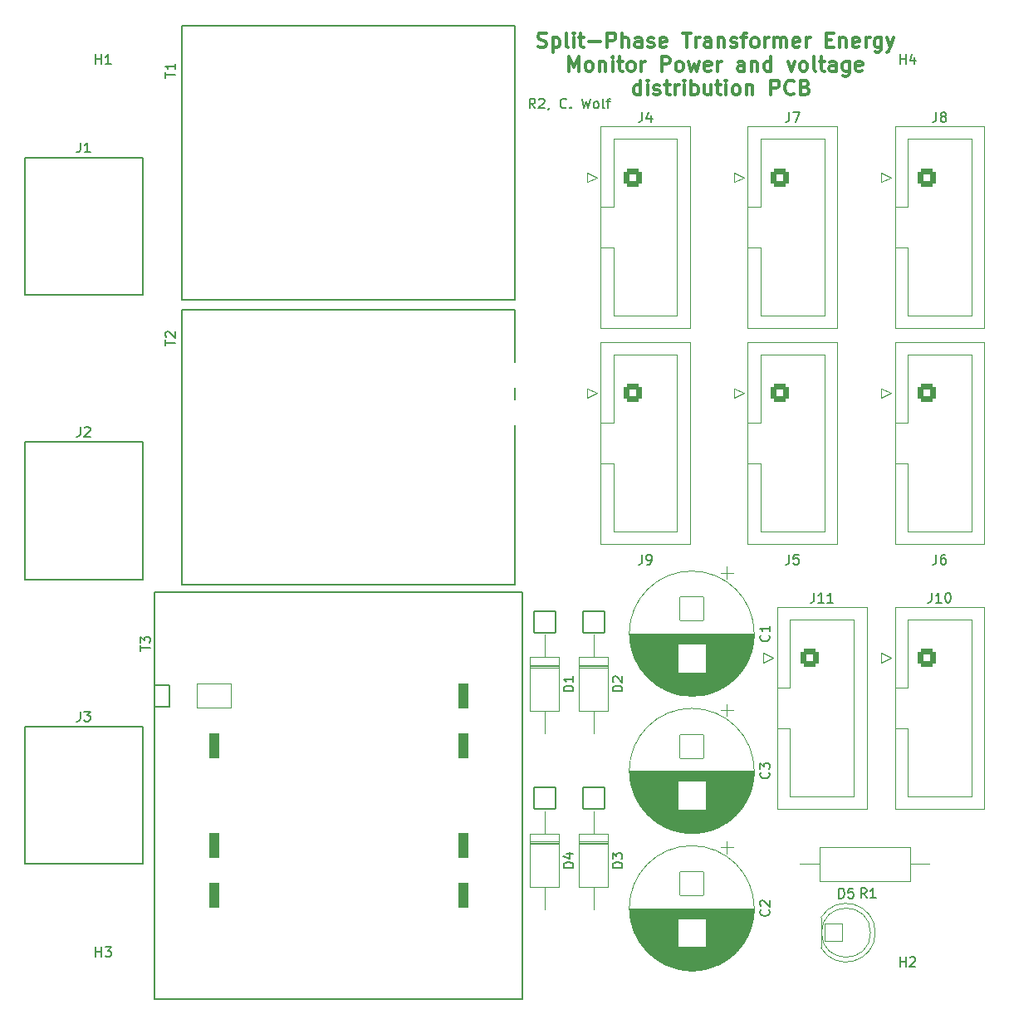
<source format=gbr>
%TF.GenerationSoftware,KiCad,Pcbnew,(6.0.1)*%
%TF.CreationDate,2023-02-05T18:59:54-08:00*%
%TF.ProjectId,Energy Monitor - Transformer PCB R2,456e6572-6779-4204-9d6f-6e69746f7220,rev?*%
%TF.SameCoordinates,Original*%
%TF.FileFunction,Legend,Top*%
%TF.FilePolarity,Positive*%
%FSLAX46Y46*%
G04 Gerber Fmt 4.6, Leading zero omitted, Abs format (unit mm)*
G04 Created by KiCad (PCBNEW (6.0.1)) date 2023-02-05 18:59:54*
%MOMM*%
%LPD*%
G01*
G04 APERTURE LIST*
G04 Aperture macros list*
%AMRoundRect*
0 Rectangle with rounded corners*
0 $1 Rounding radius*
0 $2 $3 $4 $5 $6 $7 $8 $9 X,Y pos of 4 corners*
0 Add a 4 corners polygon primitive as box body*
4,1,4,$2,$3,$4,$5,$6,$7,$8,$9,$2,$3,0*
0 Add four circle primitives for the rounded corners*
1,1,$1+$1,$2,$3*
1,1,$1+$1,$4,$5*
1,1,$1+$1,$6,$7*
1,1,$1+$1,$8,$9*
0 Add four rect primitives between the rounded corners*
20,1,$1+$1,$2,$3,$4,$5,0*
20,1,$1+$1,$4,$5,$6,$7,0*
20,1,$1+$1,$6,$7,$8,$9,0*
20,1,$1+$1,$8,$9,$2,$3,0*%
G04 Aperture macros list end*
%ADD10C,0.150000*%
%ADD11C,0.300000*%
%ADD12C,0.120000*%
%ADD13RoundRect,1.300000X-0.500000X0.000000X0.500000X0.000000X0.500000X0.000000X-0.500000X0.000000X0*%
%ADD14RoundRect,0.050000X-1.750000X-1.250000X1.750000X-1.250000X1.750000X1.250000X-1.750000X1.250000X0*%
%ADD15C,2.100000*%
%ADD16O,2.300000X2.300000*%
%ADD17RoundRect,0.050000X-1.100000X1.100000X-1.100000X-1.100000X1.100000X-1.100000X1.100000X1.100000X0*%
%ADD18C,2.500000*%
%ADD19RoundRect,0.050000X-1.200000X1.200000X-1.200000X-1.200000X1.200000X-1.200000X1.200000X1.200000X0*%
%ADD20C,1.800000*%
%ADD21RoundRect,0.300000X-0.600000X-0.600000X0.600000X-0.600000X0.600000X0.600000X-0.600000X0.600000X0*%
%ADD22O,1.700000X1.700000*%
%ADD23C,1.700000*%
%ADD24C,1.900000*%
%ADD25RoundRect,0.050000X-0.900000X-0.900000X0.900000X-0.900000X0.900000X0.900000X-0.900000X0.900000X0*%
%ADD26C,0.900000*%
%ADD27C,6.500000*%
%ADD28C,3.100000*%
%ADD29C,2.600000*%
G04 APERTURE END LIST*
D10*
X103023809Y-58952380D02*
X102690476Y-58476190D01*
X102452380Y-58952380D02*
X102452380Y-57952380D01*
X102833333Y-57952380D01*
X102928571Y-58000000D01*
X102976190Y-58047619D01*
X103023809Y-58142857D01*
X103023809Y-58285714D01*
X102976190Y-58380952D01*
X102928571Y-58428571D01*
X102833333Y-58476190D01*
X102452380Y-58476190D01*
X103404761Y-58047619D02*
X103452380Y-58000000D01*
X103547619Y-57952380D01*
X103785714Y-57952380D01*
X103880952Y-58000000D01*
X103928571Y-58047619D01*
X103976190Y-58142857D01*
X103976190Y-58238095D01*
X103928571Y-58380952D01*
X103357142Y-58952380D01*
X103976190Y-58952380D01*
X104452380Y-58904761D02*
X104452380Y-58952380D01*
X104404761Y-59047619D01*
X104357142Y-59095238D01*
X106214285Y-58857142D02*
X106166666Y-58904761D01*
X106023809Y-58952380D01*
X105928571Y-58952380D01*
X105785714Y-58904761D01*
X105690476Y-58809523D01*
X105642857Y-58714285D01*
X105595238Y-58523809D01*
X105595238Y-58380952D01*
X105642857Y-58190476D01*
X105690476Y-58095238D01*
X105785714Y-58000000D01*
X105928571Y-57952380D01*
X106023809Y-57952380D01*
X106166666Y-58000000D01*
X106214285Y-58047619D01*
X106642857Y-58857142D02*
X106690476Y-58904761D01*
X106642857Y-58952380D01*
X106595238Y-58904761D01*
X106642857Y-58857142D01*
X106642857Y-58952380D01*
X107785714Y-57952380D02*
X108023809Y-58952380D01*
X108214285Y-58238095D01*
X108404761Y-58952380D01*
X108642857Y-57952380D01*
X109166666Y-58952380D02*
X109071428Y-58904761D01*
X109023809Y-58857142D01*
X108976190Y-58761904D01*
X108976190Y-58476190D01*
X109023809Y-58380952D01*
X109071428Y-58333333D01*
X109166666Y-58285714D01*
X109309523Y-58285714D01*
X109404761Y-58333333D01*
X109452380Y-58380952D01*
X109500000Y-58476190D01*
X109500000Y-58761904D01*
X109452380Y-58857142D01*
X109404761Y-58904761D01*
X109309523Y-58952380D01*
X109166666Y-58952380D01*
X110071428Y-58952380D02*
X109976190Y-58904761D01*
X109928571Y-58809523D01*
X109928571Y-57952380D01*
X110309523Y-58285714D02*
X110690476Y-58285714D01*
X110452380Y-58952380D02*
X110452380Y-58095238D01*
X110500000Y-58000000D01*
X110595238Y-57952380D01*
X110690476Y-57952380D01*
D11*
X103321428Y-52692142D02*
X103535714Y-52763571D01*
X103892857Y-52763571D01*
X104035714Y-52692142D01*
X104107142Y-52620714D01*
X104178571Y-52477857D01*
X104178571Y-52335000D01*
X104107142Y-52192142D01*
X104035714Y-52120714D01*
X103892857Y-52049285D01*
X103607142Y-51977857D01*
X103464285Y-51906428D01*
X103392857Y-51835000D01*
X103321428Y-51692142D01*
X103321428Y-51549285D01*
X103392857Y-51406428D01*
X103464285Y-51335000D01*
X103607142Y-51263571D01*
X103964285Y-51263571D01*
X104178571Y-51335000D01*
X104821428Y-51763571D02*
X104821428Y-53263571D01*
X104821428Y-51835000D02*
X104964285Y-51763571D01*
X105250000Y-51763571D01*
X105392857Y-51835000D01*
X105464285Y-51906428D01*
X105535714Y-52049285D01*
X105535714Y-52477857D01*
X105464285Y-52620714D01*
X105392857Y-52692142D01*
X105250000Y-52763571D01*
X104964285Y-52763571D01*
X104821428Y-52692142D01*
X106392857Y-52763571D02*
X106250000Y-52692142D01*
X106178571Y-52549285D01*
X106178571Y-51263571D01*
X106964285Y-52763571D02*
X106964285Y-51763571D01*
X106964285Y-51263571D02*
X106892857Y-51335000D01*
X106964285Y-51406428D01*
X107035714Y-51335000D01*
X106964285Y-51263571D01*
X106964285Y-51406428D01*
X107464285Y-51763571D02*
X108035714Y-51763571D01*
X107678571Y-51263571D02*
X107678571Y-52549285D01*
X107750000Y-52692142D01*
X107892857Y-52763571D01*
X108035714Y-52763571D01*
X108535714Y-52192142D02*
X109678571Y-52192142D01*
X110392857Y-52763571D02*
X110392857Y-51263571D01*
X110964285Y-51263571D01*
X111107142Y-51335000D01*
X111178571Y-51406428D01*
X111250000Y-51549285D01*
X111250000Y-51763571D01*
X111178571Y-51906428D01*
X111107142Y-51977857D01*
X110964285Y-52049285D01*
X110392857Y-52049285D01*
X111892857Y-52763571D02*
X111892857Y-51263571D01*
X112535714Y-52763571D02*
X112535714Y-51977857D01*
X112464285Y-51835000D01*
X112321428Y-51763571D01*
X112107142Y-51763571D01*
X111964285Y-51835000D01*
X111892857Y-51906428D01*
X113892857Y-52763571D02*
X113892857Y-51977857D01*
X113821428Y-51835000D01*
X113678571Y-51763571D01*
X113392857Y-51763571D01*
X113250000Y-51835000D01*
X113892857Y-52692142D02*
X113750000Y-52763571D01*
X113392857Y-52763571D01*
X113250000Y-52692142D01*
X113178571Y-52549285D01*
X113178571Y-52406428D01*
X113250000Y-52263571D01*
X113392857Y-52192142D01*
X113750000Y-52192142D01*
X113892857Y-52120714D01*
X114535714Y-52692142D02*
X114678571Y-52763571D01*
X114964285Y-52763571D01*
X115107142Y-52692142D01*
X115178571Y-52549285D01*
X115178571Y-52477857D01*
X115107142Y-52335000D01*
X114964285Y-52263571D01*
X114750000Y-52263571D01*
X114607142Y-52192142D01*
X114535714Y-52049285D01*
X114535714Y-51977857D01*
X114607142Y-51835000D01*
X114750000Y-51763571D01*
X114964285Y-51763571D01*
X115107142Y-51835000D01*
X116392857Y-52692142D02*
X116250000Y-52763571D01*
X115964285Y-52763571D01*
X115821428Y-52692142D01*
X115750000Y-52549285D01*
X115750000Y-51977857D01*
X115821428Y-51835000D01*
X115964285Y-51763571D01*
X116250000Y-51763571D01*
X116392857Y-51835000D01*
X116464285Y-51977857D01*
X116464285Y-52120714D01*
X115750000Y-52263571D01*
X118035714Y-51263571D02*
X118892857Y-51263571D01*
X118464285Y-52763571D02*
X118464285Y-51263571D01*
X119392857Y-52763571D02*
X119392857Y-51763571D01*
X119392857Y-52049285D02*
X119464285Y-51906428D01*
X119535714Y-51835000D01*
X119678571Y-51763571D01*
X119821428Y-51763571D01*
X120964285Y-52763571D02*
X120964285Y-51977857D01*
X120892857Y-51835000D01*
X120750000Y-51763571D01*
X120464285Y-51763571D01*
X120321428Y-51835000D01*
X120964285Y-52692142D02*
X120821428Y-52763571D01*
X120464285Y-52763571D01*
X120321428Y-52692142D01*
X120250000Y-52549285D01*
X120250000Y-52406428D01*
X120321428Y-52263571D01*
X120464285Y-52192142D01*
X120821428Y-52192142D01*
X120964285Y-52120714D01*
X121678571Y-51763571D02*
X121678571Y-52763571D01*
X121678571Y-51906428D02*
X121750000Y-51835000D01*
X121892857Y-51763571D01*
X122107142Y-51763571D01*
X122250000Y-51835000D01*
X122321428Y-51977857D01*
X122321428Y-52763571D01*
X122964285Y-52692142D02*
X123107142Y-52763571D01*
X123392857Y-52763571D01*
X123535714Y-52692142D01*
X123607142Y-52549285D01*
X123607142Y-52477857D01*
X123535714Y-52335000D01*
X123392857Y-52263571D01*
X123178571Y-52263571D01*
X123035714Y-52192142D01*
X122964285Y-52049285D01*
X122964285Y-51977857D01*
X123035714Y-51835000D01*
X123178571Y-51763571D01*
X123392857Y-51763571D01*
X123535714Y-51835000D01*
X124035714Y-51763571D02*
X124607142Y-51763571D01*
X124250000Y-52763571D02*
X124250000Y-51477857D01*
X124321428Y-51335000D01*
X124464285Y-51263571D01*
X124607142Y-51263571D01*
X125321428Y-52763571D02*
X125178571Y-52692142D01*
X125107142Y-52620714D01*
X125035714Y-52477857D01*
X125035714Y-52049285D01*
X125107142Y-51906428D01*
X125178571Y-51835000D01*
X125321428Y-51763571D01*
X125535714Y-51763571D01*
X125678571Y-51835000D01*
X125750000Y-51906428D01*
X125821428Y-52049285D01*
X125821428Y-52477857D01*
X125750000Y-52620714D01*
X125678571Y-52692142D01*
X125535714Y-52763571D01*
X125321428Y-52763571D01*
X126464285Y-52763571D02*
X126464285Y-51763571D01*
X126464285Y-52049285D02*
X126535714Y-51906428D01*
X126607142Y-51835000D01*
X126750000Y-51763571D01*
X126892857Y-51763571D01*
X127392857Y-52763571D02*
X127392857Y-51763571D01*
X127392857Y-51906428D02*
X127464285Y-51835000D01*
X127607142Y-51763571D01*
X127821428Y-51763571D01*
X127964285Y-51835000D01*
X128035714Y-51977857D01*
X128035714Y-52763571D01*
X128035714Y-51977857D02*
X128107142Y-51835000D01*
X128250000Y-51763571D01*
X128464285Y-51763571D01*
X128607142Y-51835000D01*
X128678571Y-51977857D01*
X128678571Y-52763571D01*
X129964285Y-52692142D02*
X129821428Y-52763571D01*
X129535714Y-52763571D01*
X129392857Y-52692142D01*
X129321428Y-52549285D01*
X129321428Y-51977857D01*
X129392857Y-51835000D01*
X129535714Y-51763571D01*
X129821428Y-51763571D01*
X129964285Y-51835000D01*
X130035714Y-51977857D01*
X130035714Y-52120714D01*
X129321428Y-52263571D01*
X130678571Y-52763571D02*
X130678571Y-51763571D01*
X130678571Y-52049285D02*
X130750000Y-51906428D01*
X130821428Y-51835000D01*
X130964285Y-51763571D01*
X131107142Y-51763571D01*
X132750000Y-51977857D02*
X133250000Y-51977857D01*
X133464285Y-52763571D02*
X132750000Y-52763571D01*
X132750000Y-51263571D01*
X133464285Y-51263571D01*
X134107142Y-51763571D02*
X134107142Y-52763571D01*
X134107142Y-51906428D02*
X134178571Y-51835000D01*
X134321428Y-51763571D01*
X134535714Y-51763571D01*
X134678571Y-51835000D01*
X134750000Y-51977857D01*
X134750000Y-52763571D01*
X136035714Y-52692142D02*
X135892857Y-52763571D01*
X135607142Y-52763571D01*
X135464285Y-52692142D01*
X135392857Y-52549285D01*
X135392857Y-51977857D01*
X135464285Y-51835000D01*
X135607142Y-51763571D01*
X135892857Y-51763571D01*
X136035714Y-51835000D01*
X136107142Y-51977857D01*
X136107142Y-52120714D01*
X135392857Y-52263571D01*
X136750000Y-52763571D02*
X136750000Y-51763571D01*
X136750000Y-52049285D02*
X136821428Y-51906428D01*
X136892857Y-51835000D01*
X137035714Y-51763571D01*
X137178571Y-51763571D01*
X138321428Y-51763571D02*
X138321428Y-52977857D01*
X138250000Y-53120714D01*
X138178571Y-53192142D01*
X138035714Y-53263571D01*
X137821428Y-53263571D01*
X137678571Y-53192142D01*
X138321428Y-52692142D02*
X138178571Y-52763571D01*
X137892857Y-52763571D01*
X137750000Y-52692142D01*
X137678571Y-52620714D01*
X137607142Y-52477857D01*
X137607142Y-52049285D01*
X137678571Y-51906428D01*
X137750000Y-51835000D01*
X137892857Y-51763571D01*
X138178571Y-51763571D01*
X138321428Y-51835000D01*
X138892857Y-51763571D02*
X139250000Y-52763571D01*
X139607142Y-51763571D02*
X139250000Y-52763571D01*
X139107142Y-53120714D01*
X139035714Y-53192142D01*
X138892857Y-53263571D01*
X106499999Y-55178571D02*
X106499999Y-53678571D01*
X106999999Y-54750000D01*
X107499999Y-53678571D01*
X107499999Y-55178571D01*
X108428571Y-55178571D02*
X108285714Y-55107142D01*
X108214285Y-55035714D01*
X108142857Y-54892857D01*
X108142857Y-54464285D01*
X108214285Y-54321428D01*
X108285714Y-54250000D01*
X108428571Y-54178571D01*
X108642857Y-54178571D01*
X108785714Y-54250000D01*
X108857142Y-54321428D01*
X108928571Y-54464285D01*
X108928571Y-54892857D01*
X108857142Y-55035714D01*
X108785714Y-55107142D01*
X108642857Y-55178571D01*
X108428571Y-55178571D01*
X109571428Y-54178571D02*
X109571428Y-55178571D01*
X109571428Y-54321428D02*
X109642857Y-54250000D01*
X109785714Y-54178571D01*
X109999999Y-54178571D01*
X110142857Y-54250000D01*
X110214285Y-54392857D01*
X110214285Y-55178571D01*
X110928571Y-55178571D02*
X110928571Y-54178571D01*
X110928571Y-53678571D02*
X110857142Y-53750000D01*
X110928571Y-53821428D01*
X110999999Y-53750000D01*
X110928571Y-53678571D01*
X110928571Y-53821428D01*
X111428571Y-54178571D02*
X111999999Y-54178571D01*
X111642857Y-53678571D02*
X111642857Y-54964285D01*
X111714285Y-55107142D01*
X111857142Y-55178571D01*
X111999999Y-55178571D01*
X112714285Y-55178571D02*
X112571428Y-55107142D01*
X112499999Y-55035714D01*
X112428571Y-54892857D01*
X112428571Y-54464285D01*
X112499999Y-54321428D01*
X112571428Y-54250000D01*
X112714285Y-54178571D01*
X112928571Y-54178571D01*
X113071428Y-54250000D01*
X113142857Y-54321428D01*
X113214285Y-54464285D01*
X113214285Y-54892857D01*
X113142857Y-55035714D01*
X113071428Y-55107142D01*
X112928571Y-55178571D01*
X112714285Y-55178571D01*
X113857142Y-55178571D02*
X113857142Y-54178571D01*
X113857142Y-54464285D02*
X113928571Y-54321428D01*
X113999999Y-54250000D01*
X114142857Y-54178571D01*
X114285714Y-54178571D01*
X115928571Y-55178571D02*
X115928571Y-53678571D01*
X116500000Y-53678571D01*
X116642857Y-53750000D01*
X116714285Y-53821428D01*
X116785714Y-53964285D01*
X116785714Y-54178571D01*
X116714285Y-54321428D01*
X116642857Y-54392857D01*
X116500000Y-54464285D01*
X115928571Y-54464285D01*
X117642857Y-55178571D02*
X117500000Y-55107142D01*
X117428571Y-55035714D01*
X117357142Y-54892857D01*
X117357142Y-54464285D01*
X117428571Y-54321428D01*
X117500000Y-54250000D01*
X117642857Y-54178571D01*
X117857142Y-54178571D01*
X118000000Y-54250000D01*
X118071428Y-54321428D01*
X118142857Y-54464285D01*
X118142857Y-54892857D01*
X118071428Y-55035714D01*
X118000000Y-55107142D01*
X117857142Y-55178571D01*
X117642857Y-55178571D01*
X118642857Y-54178571D02*
X118928571Y-55178571D01*
X119214285Y-54464285D01*
X119499999Y-55178571D01*
X119785714Y-54178571D01*
X120928571Y-55107142D02*
X120785714Y-55178571D01*
X120499999Y-55178571D01*
X120357142Y-55107142D01*
X120285714Y-54964285D01*
X120285714Y-54392857D01*
X120357142Y-54250000D01*
X120499999Y-54178571D01*
X120785714Y-54178571D01*
X120928571Y-54250000D01*
X120999999Y-54392857D01*
X120999999Y-54535714D01*
X120285714Y-54678571D01*
X121642857Y-55178571D02*
X121642857Y-54178571D01*
X121642857Y-54464285D02*
X121714285Y-54321428D01*
X121785714Y-54250000D01*
X121928571Y-54178571D01*
X122071428Y-54178571D01*
X124357142Y-55178571D02*
X124357142Y-54392857D01*
X124285714Y-54250000D01*
X124142857Y-54178571D01*
X123857142Y-54178571D01*
X123714285Y-54250000D01*
X124357142Y-55107142D02*
X124214285Y-55178571D01*
X123857142Y-55178571D01*
X123714285Y-55107142D01*
X123642857Y-54964285D01*
X123642857Y-54821428D01*
X123714285Y-54678571D01*
X123857142Y-54607142D01*
X124214285Y-54607142D01*
X124357142Y-54535714D01*
X125071428Y-54178571D02*
X125071428Y-55178571D01*
X125071428Y-54321428D02*
X125142857Y-54250000D01*
X125285714Y-54178571D01*
X125500000Y-54178571D01*
X125642857Y-54250000D01*
X125714285Y-54392857D01*
X125714285Y-55178571D01*
X127071428Y-55178571D02*
X127071428Y-53678571D01*
X127071428Y-55107142D02*
X126928571Y-55178571D01*
X126642857Y-55178571D01*
X126500000Y-55107142D01*
X126428571Y-55035714D01*
X126357142Y-54892857D01*
X126357142Y-54464285D01*
X126428571Y-54321428D01*
X126500000Y-54250000D01*
X126642857Y-54178571D01*
X126928571Y-54178571D01*
X127071428Y-54250000D01*
X128785714Y-54178571D02*
X129142857Y-55178571D01*
X129500000Y-54178571D01*
X130285714Y-55178571D02*
X130142857Y-55107142D01*
X130071428Y-55035714D01*
X130000000Y-54892857D01*
X130000000Y-54464285D01*
X130071428Y-54321428D01*
X130142857Y-54250000D01*
X130285714Y-54178571D01*
X130500000Y-54178571D01*
X130642857Y-54250000D01*
X130714285Y-54321428D01*
X130785714Y-54464285D01*
X130785714Y-54892857D01*
X130714285Y-55035714D01*
X130642857Y-55107142D01*
X130500000Y-55178571D01*
X130285714Y-55178571D01*
X131642857Y-55178571D02*
X131500000Y-55107142D01*
X131428571Y-54964285D01*
X131428571Y-53678571D01*
X132000000Y-54178571D02*
X132571428Y-54178571D01*
X132214285Y-53678571D02*
X132214285Y-54964285D01*
X132285714Y-55107142D01*
X132428571Y-55178571D01*
X132571428Y-55178571D01*
X133714285Y-55178571D02*
X133714285Y-54392857D01*
X133642857Y-54250000D01*
X133500000Y-54178571D01*
X133214285Y-54178571D01*
X133071428Y-54250000D01*
X133714285Y-55107142D02*
X133571428Y-55178571D01*
X133214285Y-55178571D01*
X133071428Y-55107142D01*
X133000000Y-54964285D01*
X133000000Y-54821428D01*
X133071428Y-54678571D01*
X133214285Y-54607142D01*
X133571428Y-54607142D01*
X133714285Y-54535714D01*
X135071428Y-54178571D02*
X135071428Y-55392857D01*
X135000000Y-55535714D01*
X134928571Y-55607142D01*
X134785714Y-55678571D01*
X134571428Y-55678571D01*
X134428571Y-55607142D01*
X135071428Y-55107142D02*
X134928571Y-55178571D01*
X134642857Y-55178571D01*
X134500000Y-55107142D01*
X134428571Y-55035714D01*
X134357142Y-54892857D01*
X134357142Y-54464285D01*
X134428571Y-54321428D01*
X134500000Y-54250000D01*
X134642857Y-54178571D01*
X134928571Y-54178571D01*
X135071428Y-54250000D01*
X136357142Y-55107142D02*
X136214285Y-55178571D01*
X135928571Y-55178571D01*
X135785714Y-55107142D01*
X135714285Y-54964285D01*
X135714285Y-54392857D01*
X135785714Y-54250000D01*
X135928571Y-54178571D01*
X136214285Y-54178571D01*
X136357142Y-54250000D01*
X136428571Y-54392857D01*
X136428571Y-54535714D01*
X135714285Y-54678571D01*
X113785714Y-57593571D02*
X113785714Y-56093571D01*
X113785714Y-57522142D02*
X113642857Y-57593571D01*
X113357142Y-57593571D01*
X113214285Y-57522142D01*
X113142857Y-57450714D01*
X113071428Y-57307857D01*
X113071428Y-56879285D01*
X113142857Y-56736428D01*
X113214285Y-56665000D01*
X113357142Y-56593571D01*
X113642857Y-56593571D01*
X113785714Y-56665000D01*
X114500000Y-57593571D02*
X114500000Y-56593571D01*
X114500000Y-56093571D02*
X114428571Y-56165000D01*
X114500000Y-56236428D01*
X114571428Y-56165000D01*
X114500000Y-56093571D01*
X114500000Y-56236428D01*
X115142857Y-57522142D02*
X115285714Y-57593571D01*
X115571428Y-57593571D01*
X115714285Y-57522142D01*
X115785714Y-57379285D01*
X115785714Y-57307857D01*
X115714285Y-57165000D01*
X115571428Y-57093571D01*
X115357142Y-57093571D01*
X115214285Y-57022142D01*
X115142857Y-56879285D01*
X115142857Y-56807857D01*
X115214285Y-56665000D01*
X115357142Y-56593571D01*
X115571428Y-56593571D01*
X115714285Y-56665000D01*
X116214285Y-56593571D02*
X116785714Y-56593571D01*
X116428571Y-56093571D02*
X116428571Y-57379285D01*
X116500000Y-57522142D01*
X116642857Y-57593571D01*
X116785714Y-57593571D01*
X117285714Y-57593571D02*
X117285714Y-56593571D01*
X117285714Y-56879285D02*
X117357142Y-56736428D01*
X117428571Y-56665000D01*
X117571428Y-56593571D01*
X117714285Y-56593571D01*
X118214285Y-57593571D02*
X118214285Y-56593571D01*
X118214285Y-56093571D02*
X118142857Y-56165000D01*
X118214285Y-56236428D01*
X118285714Y-56165000D01*
X118214285Y-56093571D01*
X118214285Y-56236428D01*
X118928571Y-57593571D02*
X118928571Y-56093571D01*
X118928571Y-56665000D02*
X119071428Y-56593571D01*
X119357142Y-56593571D01*
X119500000Y-56665000D01*
X119571428Y-56736428D01*
X119642857Y-56879285D01*
X119642857Y-57307857D01*
X119571428Y-57450714D01*
X119500000Y-57522142D01*
X119357142Y-57593571D01*
X119071428Y-57593571D01*
X118928571Y-57522142D01*
X120928571Y-56593571D02*
X120928571Y-57593571D01*
X120285714Y-56593571D02*
X120285714Y-57379285D01*
X120357142Y-57522142D01*
X120500000Y-57593571D01*
X120714285Y-57593571D01*
X120857142Y-57522142D01*
X120928571Y-57450714D01*
X121428571Y-56593571D02*
X122000000Y-56593571D01*
X121642857Y-56093571D02*
X121642857Y-57379285D01*
X121714285Y-57522142D01*
X121857142Y-57593571D01*
X122000000Y-57593571D01*
X122500000Y-57593571D02*
X122500000Y-56593571D01*
X122500000Y-56093571D02*
X122428571Y-56165000D01*
X122500000Y-56236428D01*
X122571428Y-56165000D01*
X122500000Y-56093571D01*
X122500000Y-56236428D01*
X123428571Y-57593571D02*
X123285714Y-57522142D01*
X123214285Y-57450714D01*
X123142857Y-57307857D01*
X123142857Y-56879285D01*
X123214285Y-56736428D01*
X123285714Y-56665000D01*
X123428571Y-56593571D01*
X123642857Y-56593571D01*
X123785714Y-56665000D01*
X123857142Y-56736428D01*
X123928571Y-56879285D01*
X123928571Y-57307857D01*
X123857142Y-57450714D01*
X123785714Y-57522142D01*
X123642857Y-57593571D01*
X123428571Y-57593571D01*
X124571428Y-56593571D02*
X124571428Y-57593571D01*
X124571428Y-56736428D02*
X124642857Y-56665000D01*
X124785714Y-56593571D01*
X125000000Y-56593571D01*
X125142857Y-56665000D01*
X125214285Y-56807857D01*
X125214285Y-57593571D01*
X127071428Y-57593571D02*
X127071428Y-56093571D01*
X127642857Y-56093571D01*
X127785714Y-56165000D01*
X127857142Y-56236428D01*
X127928571Y-56379285D01*
X127928571Y-56593571D01*
X127857142Y-56736428D01*
X127785714Y-56807857D01*
X127642857Y-56879285D01*
X127071428Y-56879285D01*
X129428571Y-57450714D02*
X129357142Y-57522142D01*
X129142857Y-57593571D01*
X129000000Y-57593571D01*
X128785714Y-57522142D01*
X128642857Y-57379285D01*
X128571428Y-57236428D01*
X128500000Y-56950714D01*
X128500000Y-56736428D01*
X128571428Y-56450714D01*
X128642857Y-56307857D01*
X128785714Y-56165000D01*
X129000000Y-56093571D01*
X129142857Y-56093571D01*
X129357142Y-56165000D01*
X129428571Y-56236428D01*
X130571428Y-56807857D02*
X130785714Y-56879285D01*
X130857142Y-56950714D01*
X130928571Y-57093571D01*
X130928571Y-57307857D01*
X130857142Y-57450714D01*
X130785714Y-57522142D01*
X130642857Y-57593571D01*
X130071428Y-57593571D01*
X130071428Y-56093571D01*
X130571428Y-56093571D01*
X130714285Y-56165000D01*
X130785714Y-56236428D01*
X130857142Y-56379285D01*
X130857142Y-56522142D01*
X130785714Y-56665000D01*
X130714285Y-56736428D01*
X130571428Y-56807857D01*
X130071428Y-56807857D01*
D10*
%TO.C,T3*%
X62787380Y-114261904D02*
X62787380Y-113690476D01*
X63787380Y-113976190D02*
X62787380Y-113976190D01*
X62787380Y-113452380D02*
X62787380Y-112833333D01*
X63168333Y-113166666D01*
X63168333Y-113023809D01*
X63215952Y-112928571D01*
X63263571Y-112880952D01*
X63358809Y-112833333D01*
X63596904Y-112833333D01*
X63692142Y-112880952D01*
X63739761Y-112928571D01*
X63787380Y-113023809D01*
X63787380Y-113309523D01*
X63739761Y-113404761D01*
X63692142Y-113452380D01*
%TO.C,T2*%
X65327380Y-83146904D02*
X65327380Y-82575476D01*
X66327380Y-82861190D02*
X65327380Y-82861190D01*
X65422619Y-82289761D02*
X65375000Y-82242142D01*
X65327380Y-82146904D01*
X65327380Y-81908809D01*
X65375000Y-81813571D01*
X65422619Y-81765952D01*
X65517857Y-81718333D01*
X65613095Y-81718333D01*
X65755952Y-81765952D01*
X66327380Y-82337380D01*
X66327380Y-81718333D01*
%TO.C,D2*%
X111922380Y-118388095D02*
X110922380Y-118388095D01*
X110922380Y-118150000D01*
X110970000Y-118007142D01*
X111065238Y-117911904D01*
X111160476Y-117864285D01*
X111350952Y-117816666D01*
X111493809Y-117816666D01*
X111684285Y-117864285D01*
X111779523Y-117911904D01*
X111874761Y-118007142D01*
X111922380Y-118150000D01*
X111922380Y-118388095D01*
X111017619Y-117435714D02*
X110970000Y-117388095D01*
X110922380Y-117292857D01*
X110922380Y-117054761D01*
X110970000Y-116959523D01*
X111017619Y-116911904D01*
X111112857Y-116864285D01*
X111208095Y-116864285D01*
X111350952Y-116911904D01*
X111922380Y-117483333D01*
X111922380Y-116864285D01*
%TO.C,T1*%
X65327380Y-55841904D02*
X65327380Y-55270476D01*
X66327380Y-55556190D02*
X65327380Y-55556190D01*
X66327380Y-54413333D02*
X66327380Y-54984761D01*
X66327380Y-54699047D02*
X65327380Y-54699047D01*
X65470238Y-54794285D01*
X65565476Y-54889523D01*
X65613095Y-54984761D01*
%TO.C,C3*%
X126857142Y-126666666D02*
X126904761Y-126714285D01*
X126952380Y-126857142D01*
X126952380Y-126952380D01*
X126904761Y-127095238D01*
X126809523Y-127190476D01*
X126714285Y-127238095D01*
X126523809Y-127285714D01*
X126380952Y-127285714D01*
X126190476Y-127238095D01*
X126095238Y-127190476D01*
X126000000Y-127095238D01*
X125952380Y-126952380D01*
X125952380Y-126857142D01*
X126000000Y-126714285D01*
X126047619Y-126666666D01*
X125952380Y-126333333D02*
X125952380Y-125714285D01*
X126333333Y-126047619D01*
X126333333Y-125904761D01*
X126380952Y-125809523D01*
X126428571Y-125761904D01*
X126523809Y-125714285D01*
X126761904Y-125714285D01*
X126857142Y-125761904D01*
X126904761Y-125809523D01*
X126952380Y-125904761D01*
X126952380Y-126190476D01*
X126904761Y-126285714D01*
X126857142Y-126333333D01*
%TO.C,J11*%
X131460476Y-108352380D02*
X131460476Y-109066666D01*
X131412857Y-109209523D01*
X131317619Y-109304761D01*
X131174761Y-109352380D01*
X131079523Y-109352380D01*
X132460476Y-109352380D02*
X131889047Y-109352380D01*
X132174761Y-109352380D02*
X132174761Y-108352380D01*
X132079523Y-108495238D01*
X131984285Y-108590476D01*
X131889047Y-108638095D01*
X133412857Y-109352380D02*
X132841428Y-109352380D01*
X133127142Y-109352380D02*
X133127142Y-108352380D01*
X133031904Y-108495238D01*
X132936666Y-108590476D01*
X132841428Y-108638095D01*
%TO.C,R1*%
X136833333Y-139452380D02*
X136500000Y-138976190D01*
X136261904Y-139452380D02*
X136261904Y-138452380D01*
X136642857Y-138452380D01*
X136738095Y-138500000D01*
X136785714Y-138547619D01*
X136833333Y-138642857D01*
X136833333Y-138785714D01*
X136785714Y-138880952D01*
X136738095Y-138928571D01*
X136642857Y-138976190D01*
X136261904Y-138976190D01*
X137785714Y-139452380D02*
X137214285Y-139452380D01*
X137500000Y-139452380D02*
X137500000Y-138452380D01*
X137404761Y-138595238D01*
X137309523Y-138690476D01*
X137214285Y-138738095D01*
%TO.C,D5*%
X133991904Y-139492380D02*
X133991904Y-138492380D01*
X134230000Y-138492380D01*
X134372857Y-138540000D01*
X134468095Y-138635238D01*
X134515714Y-138730476D01*
X134563333Y-138920952D01*
X134563333Y-139063809D01*
X134515714Y-139254285D01*
X134468095Y-139349523D01*
X134372857Y-139444761D01*
X134230000Y-139492380D01*
X133991904Y-139492380D01*
X135468095Y-138492380D02*
X134991904Y-138492380D01*
X134944285Y-138968571D01*
X134991904Y-138920952D01*
X135087142Y-138873333D01*
X135325238Y-138873333D01*
X135420476Y-138920952D01*
X135468095Y-138968571D01*
X135515714Y-139063809D01*
X135515714Y-139301904D01*
X135468095Y-139397142D01*
X135420476Y-139444761D01*
X135325238Y-139492380D01*
X135087142Y-139492380D01*
X134991904Y-139444761D01*
X134944285Y-139397142D01*
%TO.C,J9*%
X113936666Y-104452380D02*
X113936666Y-105166666D01*
X113889047Y-105309523D01*
X113793809Y-105404761D01*
X113650952Y-105452380D01*
X113555714Y-105452380D01*
X114460476Y-105452380D02*
X114650952Y-105452380D01*
X114746190Y-105404761D01*
X114793809Y-105357142D01*
X114889047Y-105214285D01*
X114936666Y-105023809D01*
X114936666Y-104642857D01*
X114889047Y-104547619D01*
X114841428Y-104500000D01*
X114746190Y-104452380D01*
X114555714Y-104452380D01*
X114460476Y-104500000D01*
X114412857Y-104547619D01*
X114365238Y-104642857D01*
X114365238Y-104880952D01*
X114412857Y-104976190D01*
X114460476Y-105023809D01*
X114555714Y-105071428D01*
X114746190Y-105071428D01*
X114841428Y-105023809D01*
X114889047Y-104976190D01*
X114936666Y-104880952D01*
%TO.C,H4*%
X140238095Y-54452380D02*
X140238095Y-53452380D01*
X140238095Y-53928571D02*
X140809523Y-53928571D01*
X140809523Y-54452380D02*
X140809523Y-53452380D01*
X141714285Y-53785714D02*
X141714285Y-54452380D01*
X141476190Y-53404761D02*
X141238095Y-54119047D01*
X141857142Y-54119047D01*
%TO.C,H3*%
X58238095Y-145452380D02*
X58238095Y-144452380D01*
X58238095Y-144928571D02*
X58809523Y-144928571D01*
X58809523Y-145452380D02*
X58809523Y-144452380D01*
X59190476Y-144452380D02*
X59809523Y-144452380D01*
X59476190Y-144833333D01*
X59619047Y-144833333D01*
X59714285Y-144880952D01*
X59761904Y-144928571D01*
X59809523Y-145023809D01*
X59809523Y-145261904D01*
X59761904Y-145357142D01*
X59714285Y-145404761D01*
X59619047Y-145452380D01*
X59333333Y-145452380D01*
X59238095Y-145404761D01*
X59190476Y-145357142D01*
%TO.C,H2*%
X140238095Y-146452380D02*
X140238095Y-145452380D01*
X140238095Y-145928571D02*
X140809523Y-145928571D01*
X140809523Y-146452380D02*
X140809523Y-145452380D01*
X141238095Y-145547619D02*
X141285714Y-145500000D01*
X141380952Y-145452380D01*
X141619047Y-145452380D01*
X141714285Y-145500000D01*
X141761904Y-145547619D01*
X141809523Y-145642857D01*
X141809523Y-145738095D01*
X141761904Y-145880952D01*
X141190476Y-146452380D01*
X141809523Y-146452380D01*
%TO.C,H1*%
X58238095Y-54452380D02*
X58238095Y-53452380D01*
X58238095Y-53928571D02*
X58809523Y-53928571D01*
X58809523Y-54452380D02*
X58809523Y-53452380D01*
X59809523Y-54452380D02*
X59238095Y-54452380D01*
X59523809Y-54452380D02*
X59523809Y-53452380D01*
X59428571Y-53595238D01*
X59333333Y-53690476D01*
X59238095Y-53738095D01*
%TO.C,J8*%
X143936666Y-59352380D02*
X143936666Y-60066666D01*
X143889047Y-60209523D01*
X143793809Y-60304761D01*
X143650952Y-60352380D01*
X143555714Y-60352380D01*
X144555714Y-59780952D02*
X144460476Y-59733333D01*
X144412857Y-59685714D01*
X144365238Y-59590476D01*
X144365238Y-59542857D01*
X144412857Y-59447619D01*
X144460476Y-59400000D01*
X144555714Y-59352380D01*
X144746190Y-59352380D01*
X144841428Y-59400000D01*
X144889047Y-59447619D01*
X144936666Y-59542857D01*
X144936666Y-59590476D01*
X144889047Y-59685714D01*
X144841428Y-59733333D01*
X144746190Y-59780952D01*
X144555714Y-59780952D01*
X144460476Y-59828571D01*
X144412857Y-59876190D01*
X144365238Y-59971428D01*
X144365238Y-60161904D01*
X144412857Y-60257142D01*
X144460476Y-60304761D01*
X144555714Y-60352380D01*
X144746190Y-60352380D01*
X144841428Y-60304761D01*
X144889047Y-60257142D01*
X144936666Y-60161904D01*
X144936666Y-59971428D01*
X144889047Y-59876190D01*
X144841428Y-59828571D01*
X144746190Y-59780952D01*
%TO.C,J7*%
X128936666Y-59352380D02*
X128936666Y-60066666D01*
X128889047Y-60209523D01*
X128793809Y-60304761D01*
X128650952Y-60352380D01*
X128555714Y-60352380D01*
X129317619Y-59352380D02*
X129984285Y-59352380D01*
X129555714Y-60352380D01*
%TO.C,J6*%
X143936666Y-104452380D02*
X143936666Y-105166666D01*
X143889047Y-105309523D01*
X143793809Y-105404761D01*
X143650952Y-105452380D01*
X143555714Y-105452380D01*
X144841428Y-104452380D02*
X144650952Y-104452380D01*
X144555714Y-104500000D01*
X144508095Y-104547619D01*
X144412857Y-104690476D01*
X144365238Y-104880952D01*
X144365238Y-105261904D01*
X144412857Y-105357142D01*
X144460476Y-105404761D01*
X144555714Y-105452380D01*
X144746190Y-105452380D01*
X144841428Y-105404761D01*
X144889047Y-105357142D01*
X144936666Y-105261904D01*
X144936666Y-105023809D01*
X144889047Y-104928571D01*
X144841428Y-104880952D01*
X144746190Y-104833333D01*
X144555714Y-104833333D01*
X144460476Y-104880952D01*
X144412857Y-104928571D01*
X144365238Y-105023809D01*
%TO.C,J10*%
X143460476Y-108352380D02*
X143460476Y-109066666D01*
X143412857Y-109209523D01*
X143317619Y-109304761D01*
X143174761Y-109352380D01*
X143079523Y-109352380D01*
X144460476Y-109352380D02*
X143889047Y-109352380D01*
X144174761Y-109352380D02*
X144174761Y-108352380D01*
X144079523Y-108495238D01*
X143984285Y-108590476D01*
X143889047Y-108638095D01*
X145079523Y-108352380D02*
X145174761Y-108352380D01*
X145270000Y-108400000D01*
X145317619Y-108447619D01*
X145365238Y-108542857D01*
X145412857Y-108733333D01*
X145412857Y-108971428D01*
X145365238Y-109161904D01*
X145317619Y-109257142D01*
X145270000Y-109304761D01*
X145174761Y-109352380D01*
X145079523Y-109352380D01*
X144984285Y-109304761D01*
X144936666Y-109257142D01*
X144889047Y-109161904D01*
X144841428Y-108971428D01*
X144841428Y-108733333D01*
X144889047Y-108542857D01*
X144936666Y-108447619D01*
X144984285Y-108400000D01*
X145079523Y-108352380D01*
%TO.C,J5*%
X128936666Y-104452380D02*
X128936666Y-105166666D01*
X128889047Y-105309523D01*
X128793809Y-105404761D01*
X128650952Y-105452380D01*
X128555714Y-105452380D01*
X129889047Y-104452380D02*
X129412857Y-104452380D01*
X129365238Y-104928571D01*
X129412857Y-104880952D01*
X129508095Y-104833333D01*
X129746190Y-104833333D01*
X129841428Y-104880952D01*
X129889047Y-104928571D01*
X129936666Y-105023809D01*
X129936666Y-105261904D01*
X129889047Y-105357142D01*
X129841428Y-105404761D01*
X129746190Y-105452380D01*
X129508095Y-105452380D01*
X129412857Y-105404761D01*
X129365238Y-105357142D01*
%TO.C,J4*%
X113936666Y-59352380D02*
X113936666Y-60066666D01*
X113889047Y-60209523D01*
X113793809Y-60304761D01*
X113650952Y-60352380D01*
X113555714Y-60352380D01*
X114841428Y-59685714D02*
X114841428Y-60352380D01*
X114603333Y-59304761D02*
X114365238Y-60019047D01*
X114984285Y-60019047D01*
%TO.C,D4*%
X106922380Y-136388095D02*
X105922380Y-136388095D01*
X105922380Y-136150000D01*
X105970000Y-136007142D01*
X106065238Y-135911904D01*
X106160476Y-135864285D01*
X106350952Y-135816666D01*
X106493809Y-135816666D01*
X106684285Y-135864285D01*
X106779523Y-135911904D01*
X106874761Y-136007142D01*
X106922380Y-136150000D01*
X106922380Y-136388095D01*
X106255714Y-134959523D02*
X106922380Y-134959523D01*
X105874761Y-135197619D02*
X106589047Y-135435714D01*
X106589047Y-134816666D01*
%TO.C,D3*%
X111922380Y-136388095D02*
X110922380Y-136388095D01*
X110922380Y-136150000D01*
X110970000Y-136007142D01*
X111065238Y-135911904D01*
X111160476Y-135864285D01*
X111350952Y-135816666D01*
X111493809Y-135816666D01*
X111684285Y-135864285D01*
X111779523Y-135911904D01*
X111874761Y-136007142D01*
X111922380Y-136150000D01*
X111922380Y-136388095D01*
X110922380Y-135483333D02*
X110922380Y-134864285D01*
X111303333Y-135197619D01*
X111303333Y-135054761D01*
X111350952Y-134959523D01*
X111398571Y-134911904D01*
X111493809Y-134864285D01*
X111731904Y-134864285D01*
X111827142Y-134911904D01*
X111874761Y-134959523D01*
X111922380Y-135054761D01*
X111922380Y-135340476D01*
X111874761Y-135435714D01*
X111827142Y-135483333D01*
%TO.C,D1*%
X106922380Y-118388095D02*
X105922380Y-118388095D01*
X105922380Y-118150000D01*
X105970000Y-118007142D01*
X106065238Y-117911904D01*
X106160476Y-117864285D01*
X106350952Y-117816666D01*
X106493809Y-117816666D01*
X106684285Y-117864285D01*
X106779523Y-117911904D01*
X106874761Y-118007142D01*
X106922380Y-118150000D01*
X106922380Y-118388095D01*
X106922380Y-116864285D02*
X106922380Y-117435714D01*
X106922380Y-117150000D02*
X105922380Y-117150000D01*
X106065238Y-117245238D01*
X106160476Y-117340476D01*
X106208095Y-117435714D01*
%TO.C,C2*%
X126857142Y-140666666D02*
X126904761Y-140714285D01*
X126952380Y-140857142D01*
X126952380Y-140952380D01*
X126904761Y-141095238D01*
X126809523Y-141190476D01*
X126714285Y-141238095D01*
X126523809Y-141285714D01*
X126380952Y-141285714D01*
X126190476Y-141238095D01*
X126095238Y-141190476D01*
X126000000Y-141095238D01*
X125952380Y-140952380D01*
X125952380Y-140857142D01*
X126000000Y-140714285D01*
X126047619Y-140666666D01*
X126047619Y-140285714D02*
X126000000Y-140238095D01*
X125952380Y-140142857D01*
X125952380Y-139904761D01*
X126000000Y-139809523D01*
X126047619Y-139761904D01*
X126142857Y-139714285D01*
X126238095Y-139714285D01*
X126380952Y-139761904D01*
X126952380Y-140333333D01*
X126952380Y-139714285D01*
%TO.C,C1*%
X126857142Y-112666666D02*
X126904761Y-112714285D01*
X126952380Y-112857142D01*
X126952380Y-112952380D01*
X126904761Y-113095238D01*
X126809523Y-113190476D01*
X126714285Y-113238095D01*
X126523809Y-113285714D01*
X126380952Y-113285714D01*
X126190476Y-113238095D01*
X126095238Y-113190476D01*
X126000000Y-113095238D01*
X125952380Y-112952380D01*
X125952380Y-112857142D01*
X126000000Y-112714285D01*
X126047619Y-112666666D01*
X126952380Y-111714285D02*
X126952380Y-112285714D01*
X126952380Y-112000000D02*
X125952380Y-112000000D01*
X126095238Y-112095238D01*
X126190476Y-112190476D01*
X126238095Y-112285714D01*
%TO.C,J3*%
X56666666Y-120452380D02*
X56666666Y-121166666D01*
X56619047Y-121309523D01*
X56523809Y-121404761D01*
X56380952Y-121452380D01*
X56285714Y-121452380D01*
X57047619Y-120452380D02*
X57666666Y-120452380D01*
X57333333Y-120833333D01*
X57476190Y-120833333D01*
X57571428Y-120880952D01*
X57619047Y-120928571D01*
X57666666Y-121023809D01*
X57666666Y-121261904D01*
X57619047Y-121357142D01*
X57571428Y-121404761D01*
X57476190Y-121452380D01*
X57190476Y-121452380D01*
X57095238Y-121404761D01*
X57047619Y-121357142D01*
%TO.C,J2*%
X56666666Y-91452380D02*
X56666666Y-92166666D01*
X56619047Y-92309523D01*
X56523809Y-92404761D01*
X56380952Y-92452380D01*
X56285714Y-92452380D01*
X57095238Y-91547619D02*
X57142857Y-91500000D01*
X57238095Y-91452380D01*
X57476190Y-91452380D01*
X57571428Y-91500000D01*
X57619047Y-91547619D01*
X57666666Y-91642857D01*
X57666666Y-91738095D01*
X57619047Y-91880952D01*
X57047619Y-92452380D01*
X57666666Y-92452380D01*
%TO.C,J1*%
X56666666Y-62452380D02*
X56666666Y-63166666D01*
X56619047Y-63309523D01*
X56523809Y-63404761D01*
X56380952Y-63452380D01*
X56285714Y-63452380D01*
X57666666Y-63452380D02*
X57095238Y-63452380D01*
X57380952Y-63452380D02*
X57380952Y-62452380D01*
X57285714Y-62595238D01*
X57190476Y-62690476D01*
X57095238Y-62738095D01*
%TO.C,T3*%
X101750000Y-108250000D02*
X64250000Y-108250000D01*
X101750000Y-108250000D02*
X101750000Y-149750000D01*
X101750000Y-149750000D02*
X64250000Y-149750000D01*
X64250000Y-149750000D02*
X64250000Y-108250000D01*
X64250000Y-117750000D02*
X65750000Y-117750000D01*
X65750000Y-117750000D02*
X65750000Y-120000000D01*
X65750000Y-120000000D02*
X64250000Y-120000000D01*
%TO.C,T2*%
X101000000Y-107500000D02*
X67000000Y-107500000D01*
X101000000Y-79500000D02*
X101000000Y-107500000D01*
X67000000Y-79500000D02*
X101000000Y-79500000D01*
X67000000Y-107500000D02*
X67000000Y-79500000D01*
D12*
%TO.C,D2*%
X110470000Y-114930000D02*
X107530000Y-114930000D01*
X107530000Y-114930000D02*
X107530000Y-120370000D01*
X107530000Y-120370000D02*
X110470000Y-120370000D01*
X110470000Y-120370000D02*
X110470000Y-114930000D01*
X109000000Y-112640000D02*
X109000000Y-114930000D01*
X109000000Y-122660000D02*
X109000000Y-120370000D01*
X110470000Y-115830000D02*
X107530000Y-115830000D01*
X110470000Y-115950000D02*
X107530000Y-115950000D01*
X110470000Y-115710000D02*
X107530000Y-115710000D01*
D10*
%TO.C,T1*%
X67000000Y-50500000D02*
X101000000Y-50500000D01*
X67000000Y-78500000D02*
X67000000Y-50500000D01*
X101000000Y-78500000D02*
X67000000Y-78500000D01*
X101000000Y-50500000D02*
X101000000Y-78500000D01*
D12*
%TO.C,C3*%
X125370000Y-126500000D02*
G75*
G03*
X125370000Y-126500000I-6370000J0D01*
G01*
X125330000Y-126500000D02*
X112670000Y-126500000D01*
X125330000Y-126540000D02*
X112670000Y-126540000D01*
X125330000Y-126580000D02*
X112670000Y-126580000D01*
X125329000Y-126620000D02*
X112671000Y-126620000D01*
X125328000Y-126660000D02*
X112672000Y-126660000D01*
X125327000Y-126700000D02*
X112673000Y-126700000D01*
X125326000Y-126740000D02*
X112674000Y-126740000D01*
X125324000Y-126780000D02*
X112676000Y-126780000D01*
X125322000Y-126820000D02*
X112678000Y-126820000D01*
X125320000Y-126860000D02*
X112680000Y-126860000D01*
X125318000Y-126900000D02*
X112682000Y-126900000D01*
X125315000Y-126940000D02*
X112685000Y-126940000D01*
X125312000Y-126980000D02*
X112688000Y-126980000D01*
X125309000Y-127020000D02*
X112691000Y-127020000D01*
X125306000Y-127060000D02*
X112694000Y-127060000D01*
X125302000Y-127100000D02*
X112698000Y-127100000D01*
X125298000Y-127140000D02*
X112702000Y-127140000D01*
X125294000Y-127180000D02*
X112706000Y-127180000D01*
X125290000Y-127221000D02*
X112710000Y-127221000D01*
X125285000Y-127261000D02*
X112715000Y-127261000D01*
X125280000Y-127301000D02*
X112720000Y-127301000D01*
X125275000Y-127341000D02*
X112725000Y-127341000D01*
X125269000Y-127381000D02*
X112731000Y-127381000D01*
X125264000Y-127421000D02*
X112736000Y-127421000D01*
X125258000Y-127461000D02*
X112742000Y-127461000D01*
X125252000Y-127501000D02*
X112748000Y-127501000D01*
X125245000Y-127541000D02*
X112755000Y-127541000D01*
X125238000Y-127581000D02*
X120440000Y-127581000D01*
X117560000Y-127581000D02*
X112762000Y-127581000D01*
X125231000Y-127621000D02*
X120440000Y-127621000D01*
X117560000Y-127621000D02*
X112769000Y-127621000D01*
X125224000Y-127661000D02*
X120440000Y-127661000D01*
X117560000Y-127661000D02*
X112776000Y-127661000D01*
X125216000Y-127701000D02*
X120440000Y-127701000D01*
X117560000Y-127701000D02*
X112784000Y-127701000D01*
X125209000Y-127741000D02*
X120440000Y-127741000D01*
X117560000Y-127741000D02*
X112791000Y-127741000D01*
X125201000Y-127781000D02*
X120440000Y-127781000D01*
X117560000Y-127781000D02*
X112799000Y-127781000D01*
X125192000Y-127821000D02*
X120440000Y-127821000D01*
X117560000Y-127821000D02*
X112808000Y-127821000D01*
X125184000Y-127861000D02*
X120440000Y-127861000D01*
X117560000Y-127861000D02*
X112816000Y-127861000D01*
X125175000Y-127901000D02*
X120440000Y-127901000D01*
X117560000Y-127901000D02*
X112825000Y-127901000D01*
X125166000Y-127941000D02*
X120440000Y-127941000D01*
X117560000Y-127941000D02*
X112834000Y-127941000D01*
X125156000Y-127981000D02*
X120440000Y-127981000D01*
X117560000Y-127981000D02*
X112844000Y-127981000D01*
X125146000Y-128021000D02*
X120440000Y-128021000D01*
X117560000Y-128021000D02*
X112854000Y-128021000D01*
X125137000Y-128061000D02*
X120440000Y-128061000D01*
X117560000Y-128061000D02*
X112863000Y-128061000D01*
X125126000Y-128101000D02*
X120440000Y-128101000D01*
X117560000Y-128101000D02*
X112874000Y-128101000D01*
X125116000Y-128141000D02*
X120440000Y-128141000D01*
X117560000Y-128141000D02*
X112884000Y-128141000D01*
X125105000Y-128181000D02*
X120440000Y-128181000D01*
X117560000Y-128181000D02*
X112895000Y-128181000D01*
X125094000Y-128221000D02*
X120440000Y-128221000D01*
X117560000Y-128221000D02*
X112906000Y-128221000D01*
X125083000Y-128261000D02*
X120440000Y-128261000D01*
X117560000Y-128261000D02*
X112917000Y-128261000D01*
X125071000Y-128301000D02*
X120440000Y-128301000D01*
X117560000Y-128301000D02*
X112929000Y-128301000D01*
X125059000Y-128341000D02*
X120440000Y-128341000D01*
X117560000Y-128341000D02*
X112941000Y-128341000D01*
X125047000Y-128381000D02*
X120440000Y-128381000D01*
X117560000Y-128381000D02*
X112953000Y-128381000D01*
X125034000Y-128421000D02*
X120440000Y-128421000D01*
X117560000Y-128421000D02*
X112966000Y-128421000D01*
X125021000Y-128461000D02*
X120440000Y-128461000D01*
X117560000Y-128461000D02*
X112979000Y-128461000D01*
X125008000Y-128501000D02*
X120440000Y-128501000D01*
X117560000Y-128501000D02*
X112992000Y-128501000D01*
X124995000Y-128541000D02*
X120440000Y-128541000D01*
X117560000Y-128541000D02*
X113005000Y-128541000D01*
X124981000Y-128581000D02*
X120440000Y-128581000D01*
X117560000Y-128581000D02*
X113019000Y-128581000D01*
X124967000Y-128621000D02*
X120440000Y-128621000D01*
X117560000Y-128621000D02*
X113033000Y-128621000D01*
X124953000Y-128661000D02*
X120440000Y-128661000D01*
X117560000Y-128661000D02*
X113047000Y-128661000D01*
X124939000Y-128701000D02*
X120440000Y-128701000D01*
X117560000Y-128701000D02*
X113061000Y-128701000D01*
X124924000Y-128741000D02*
X120440000Y-128741000D01*
X117560000Y-128741000D02*
X113076000Y-128741000D01*
X124908000Y-128781000D02*
X120440000Y-128781000D01*
X117560000Y-128781000D02*
X113092000Y-128781000D01*
X124893000Y-128821000D02*
X120440000Y-128821000D01*
X117560000Y-128821000D02*
X113107000Y-128821000D01*
X124877000Y-128861000D02*
X120440000Y-128861000D01*
X117560000Y-128861000D02*
X113123000Y-128861000D01*
X124861000Y-128901000D02*
X120440000Y-128901000D01*
X117560000Y-128901000D02*
X113139000Y-128901000D01*
X124845000Y-128941000D02*
X120440000Y-128941000D01*
X117560000Y-128941000D02*
X113155000Y-128941000D01*
X124828000Y-128981000D02*
X120440000Y-128981000D01*
X117560000Y-128981000D02*
X113172000Y-128981000D01*
X124811000Y-129021000D02*
X120440000Y-129021000D01*
X117560000Y-129021000D02*
X113189000Y-129021000D01*
X124793000Y-129061000D02*
X120440000Y-129061000D01*
X117560000Y-129061000D02*
X113207000Y-129061000D01*
X124776000Y-129101000D02*
X120440000Y-129101000D01*
X117560000Y-129101000D02*
X113224000Y-129101000D01*
X124758000Y-129141000D02*
X120440000Y-129141000D01*
X117560000Y-129141000D02*
X113242000Y-129141000D01*
X124739000Y-129181000D02*
X120440000Y-129181000D01*
X117560000Y-129181000D02*
X113261000Y-129181000D01*
X124721000Y-129221000D02*
X120440000Y-129221000D01*
X117560000Y-129221000D02*
X113279000Y-129221000D01*
X124702000Y-129261000D02*
X120440000Y-129261000D01*
X117560000Y-129261000D02*
X113298000Y-129261000D01*
X124682000Y-129301000D02*
X120440000Y-129301000D01*
X117560000Y-129301000D02*
X113318000Y-129301000D01*
X124662000Y-129341000D02*
X120440000Y-129341000D01*
X117560000Y-129341000D02*
X113338000Y-129341000D01*
X124642000Y-129381000D02*
X120440000Y-129381000D01*
X117560000Y-129381000D02*
X113358000Y-129381000D01*
X124622000Y-129421000D02*
X120440000Y-129421000D01*
X117560000Y-129421000D02*
X113378000Y-129421000D01*
X124601000Y-129461000D02*
X120440000Y-129461000D01*
X117560000Y-129461000D02*
X113399000Y-129461000D01*
X124580000Y-129501000D02*
X120440000Y-129501000D01*
X117560000Y-129501000D02*
X113420000Y-129501000D01*
X124558000Y-129541000D02*
X120440000Y-129541000D01*
X117560000Y-129541000D02*
X113442000Y-129541000D01*
X124536000Y-129581000D02*
X120440000Y-129581000D01*
X117560000Y-129581000D02*
X113464000Y-129581000D01*
X124514000Y-129621000D02*
X120440000Y-129621000D01*
X117560000Y-129621000D02*
X113486000Y-129621000D01*
X124491000Y-129661000D02*
X120440000Y-129661000D01*
X117560000Y-129661000D02*
X113509000Y-129661000D01*
X124468000Y-129701000D02*
X120440000Y-129701000D01*
X117560000Y-129701000D02*
X113532000Y-129701000D01*
X124445000Y-129741000D02*
X120440000Y-129741000D01*
X117560000Y-129741000D02*
X113555000Y-129741000D01*
X124421000Y-129781000D02*
X120440000Y-129781000D01*
X117560000Y-129781000D02*
X113579000Y-129781000D01*
X124397000Y-129821000D02*
X120440000Y-129821000D01*
X117560000Y-129821000D02*
X113603000Y-129821000D01*
X124372000Y-129861000D02*
X120440000Y-129861000D01*
X117560000Y-129861000D02*
X113628000Y-129861000D01*
X124347000Y-129901000D02*
X120440000Y-129901000D01*
X117560000Y-129901000D02*
X113653000Y-129901000D01*
X124322000Y-129941000D02*
X120440000Y-129941000D01*
X117560000Y-129941000D02*
X113678000Y-129941000D01*
X124296000Y-129981000D02*
X120440000Y-129981000D01*
X117560000Y-129981000D02*
X113704000Y-129981000D01*
X124270000Y-130021000D02*
X120440000Y-130021000D01*
X117560000Y-130021000D02*
X113730000Y-130021000D01*
X124243000Y-130061000D02*
X120440000Y-130061000D01*
X117560000Y-130061000D02*
X113757000Y-130061000D01*
X124216000Y-130101000D02*
X120440000Y-130101000D01*
X117560000Y-130101000D02*
X113784000Y-130101000D01*
X124188000Y-130141000D02*
X120440000Y-130141000D01*
X117560000Y-130141000D02*
X113812000Y-130141000D01*
X124160000Y-130181000D02*
X120440000Y-130181000D01*
X117560000Y-130181000D02*
X113840000Y-130181000D01*
X124131000Y-130221000D02*
X120440000Y-130221000D01*
X117560000Y-130221000D02*
X113869000Y-130221000D01*
X124102000Y-130261000D02*
X120440000Y-130261000D01*
X117560000Y-130261000D02*
X113898000Y-130261000D01*
X124073000Y-130301000D02*
X120440000Y-130301000D01*
X117560000Y-130301000D02*
X113927000Y-130301000D01*
X124043000Y-130341000D02*
X120440000Y-130341000D01*
X117560000Y-130341000D02*
X113957000Y-130341000D01*
X124012000Y-130381000D02*
X120440000Y-130381000D01*
X117560000Y-130381000D02*
X113988000Y-130381000D01*
X123982000Y-130421000D02*
X120440000Y-130421000D01*
X117560000Y-130421000D02*
X114018000Y-130421000D01*
X123950000Y-130461000D02*
X114050000Y-130461000D01*
X123918000Y-130501000D02*
X114082000Y-130501000D01*
X123885000Y-130541000D02*
X114115000Y-130541000D01*
X123852000Y-130581000D02*
X114148000Y-130581000D01*
X123819000Y-130621000D02*
X114181000Y-130621000D01*
X123785000Y-130661000D02*
X114215000Y-130661000D01*
X123750000Y-130701000D02*
X114250000Y-130701000D01*
X123714000Y-130741000D02*
X114286000Y-130741000D01*
X123678000Y-130781000D02*
X114322000Y-130781000D01*
X123642000Y-130821000D02*
X114358000Y-130821000D01*
X123605000Y-130861000D02*
X114395000Y-130861000D01*
X123567000Y-130901000D02*
X114433000Y-130901000D01*
X123528000Y-130941000D02*
X114472000Y-130941000D01*
X123489000Y-130981000D02*
X114511000Y-130981000D01*
X123449000Y-131021000D02*
X114551000Y-131021000D01*
X123408000Y-131061000D02*
X114592000Y-131061000D01*
X123367000Y-131101000D02*
X114633000Y-131101000D01*
X123325000Y-131141000D02*
X114675000Y-131141000D01*
X123282000Y-131181000D02*
X114718000Y-131181000D01*
X123238000Y-131221000D02*
X114762000Y-131221000D01*
X123194000Y-131261000D02*
X114806000Y-131261000D01*
X123148000Y-131301000D02*
X114852000Y-131301000D01*
X123102000Y-131341000D02*
X114898000Y-131341000D01*
X123055000Y-131381000D02*
X114945000Y-131381000D01*
X123007000Y-131421000D02*
X114993000Y-131421000D01*
X122957000Y-131461000D02*
X115043000Y-131461000D01*
X122907000Y-131501000D02*
X115093000Y-131501000D01*
X122856000Y-131541000D02*
X115144000Y-131541000D01*
X122804000Y-131581000D02*
X115196000Y-131581000D01*
X122750000Y-131621000D02*
X115250000Y-131621000D01*
X122696000Y-131661000D02*
X115304000Y-131661000D01*
X122640000Y-131701000D02*
X115360000Y-131701000D01*
X122583000Y-131741000D02*
X115417000Y-131741000D01*
X122524000Y-131781000D02*
X115476000Y-131781000D01*
X122464000Y-131821000D02*
X115536000Y-131821000D01*
X122402000Y-131861000D02*
X115598000Y-131861000D01*
X122339000Y-131901000D02*
X115661000Y-131901000D01*
X122275000Y-131941000D02*
X115725000Y-131941000D01*
X122208000Y-131981000D02*
X115792000Y-131981000D01*
X122140000Y-132021000D02*
X115860000Y-132021000D01*
X122069000Y-132061000D02*
X115931000Y-132061000D01*
X121996000Y-132101000D02*
X116004000Y-132101000D01*
X121921000Y-132141000D02*
X116079000Y-132141000D01*
X121844000Y-132181000D02*
X116156000Y-132181000D01*
X121764000Y-132221000D02*
X116236000Y-132221000D01*
X121681000Y-132261000D02*
X116319000Y-132261000D01*
X121594000Y-132301000D02*
X116406000Y-132301000D01*
X121504000Y-132341000D02*
X116496000Y-132341000D01*
X121410000Y-132381000D02*
X116590000Y-132381000D01*
X121312000Y-132421000D02*
X116688000Y-132421000D01*
X121209000Y-132461000D02*
X116791000Y-132461000D01*
X121100000Y-132501000D02*
X116900000Y-132501000D01*
X120984000Y-132541000D02*
X117016000Y-132541000D01*
X120861000Y-132581000D02*
X117139000Y-132581000D01*
X120728000Y-132621000D02*
X117272000Y-132621000D01*
X120583000Y-132661000D02*
X117417000Y-132661000D01*
X120422000Y-132701000D02*
X117578000Y-132701000D01*
X120241000Y-132741000D02*
X117759000Y-132741000D01*
X120028000Y-132781000D02*
X117972000Y-132781000D01*
X119757000Y-132821000D02*
X118243000Y-132821000D01*
X119317000Y-132861000D02*
X118683000Y-132861000D01*
X122575000Y-119682918D02*
X122575000Y-120932918D01*
X123200000Y-120307918D02*
X121950000Y-120307918D01*
%TO.C,J11*%
X127710000Y-109790000D02*
X136830000Y-109790000D01*
X136830000Y-109790000D02*
X136830000Y-130370000D01*
X136830000Y-130370000D02*
X127710000Y-130370000D01*
X127710000Y-130370000D02*
X127710000Y-109790000D01*
X127710000Y-118030000D02*
X129020000Y-118030000D01*
X129020000Y-118030000D02*
X129020000Y-111090000D01*
X129020000Y-111090000D02*
X135520000Y-111090000D01*
X135520000Y-111090000D02*
X135520000Y-129070000D01*
X135520000Y-129070000D02*
X129020000Y-129070000D01*
X129020000Y-129070000D02*
X129020000Y-122130000D01*
X129020000Y-122130000D02*
X129020000Y-122130000D01*
X129020000Y-122130000D02*
X127710000Y-122130000D01*
X127320000Y-115000000D02*
X126320000Y-114500000D01*
X126320000Y-114500000D02*
X126320000Y-115500000D01*
X126320000Y-115500000D02*
X127320000Y-115000000D01*
%TO.C,R1*%
X132000000Y-134280000D02*
X132000000Y-137720000D01*
X132000000Y-137720000D02*
X141240000Y-137720000D01*
X141240000Y-137720000D02*
X141240000Y-134280000D01*
X141240000Y-134280000D02*
X132000000Y-134280000D01*
X130040000Y-136000000D02*
X132000000Y-136000000D01*
X143200000Y-136000000D02*
X141240000Y-136000000D01*
%TO.C,D5*%
X132170000Y-144544830D02*
G75*
G03*
X137720000Y-142999538I2560000J1544830D01*
G01*
X137720000Y-143000462D02*
G75*
G03*
X132170000Y-141455170I-2990000J462D01*
G01*
X132170000Y-141455000D02*
X132170000Y-144545000D01*
X137230000Y-143000000D02*
G75*
G03*
X137230000Y-143000000I-2500000J0D01*
G01*
%TO.C,J9*%
X109710000Y-82790000D02*
X118830000Y-82790000D01*
X118830000Y-82790000D02*
X118830000Y-103370000D01*
X118830000Y-103370000D02*
X109710000Y-103370000D01*
X109710000Y-103370000D02*
X109710000Y-82790000D01*
X109710000Y-91030000D02*
X111020000Y-91030000D01*
X111020000Y-91030000D02*
X111020000Y-84090000D01*
X111020000Y-84090000D02*
X117520000Y-84090000D01*
X117520000Y-84090000D02*
X117520000Y-102070000D01*
X117520000Y-102070000D02*
X111020000Y-102070000D01*
X111020000Y-102070000D02*
X111020000Y-95130000D01*
X111020000Y-95130000D02*
X111020000Y-95130000D01*
X111020000Y-95130000D02*
X109710000Y-95130000D01*
X109320000Y-88000000D02*
X108320000Y-87500000D01*
X108320000Y-87500000D02*
X108320000Y-88500000D01*
X108320000Y-88500000D02*
X109320000Y-88000000D01*
%TO.C,J8*%
X139710000Y-60790000D02*
X148830000Y-60790000D01*
X148830000Y-60790000D02*
X148830000Y-81370000D01*
X148830000Y-81370000D02*
X139710000Y-81370000D01*
X139710000Y-81370000D02*
X139710000Y-60790000D01*
X139710000Y-69030000D02*
X141020000Y-69030000D01*
X141020000Y-69030000D02*
X141020000Y-62090000D01*
X141020000Y-62090000D02*
X147520000Y-62090000D01*
X147520000Y-62090000D02*
X147520000Y-80070000D01*
X147520000Y-80070000D02*
X141020000Y-80070000D01*
X141020000Y-80070000D02*
X141020000Y-73130000D01*
X141020000Y-73130000D02*
X141020000Y-73130000D01*
X141020000Y-73130000D02*
X139710000Y-73130000D01*
X139320000Y-66000000D02*
X138320000Y-65500000D01*
X138320000Y-65500000D02*
X138320000Y-66500000D01*
X138320000Y-66500000D02*
X139320000Y-66000000D01*
%TO.C,J7*%
X124710000Y-60790000D02*
X133830000Y-60790000D01*
X133830000Y-60790000D02*
X133830000Y-81370000D01*
X133830000Y-81370000D02*
X124710000Y-81370000D01*
X124710000Y-81370000D02*
X124710000Y-60790000D01*
X124710000Y-69030000D02*
X126020000Y-69030000D01*
X126020000Y-69030000D02*
X126020000Y-62090000D01*
X126020000Y-62090000D02*
X132520000Y-62090000D01*
X132520000Y-62090000D02*
X132520000Y-80070000D01*
X132520000Y-80070000D02*
X126020000Y-80070000D01*
X126020000Y-80070000D02*
X126020000Y-73130000D01*
X126020000Y-73130000D02*
X126020000Y-73130000D01*
X126020000Y-73130000D02*
X124710000Y-73130000D01*
X124320000Y-66000000D02*
X123320000Y-65500000D01*
X123320000Y-65500000D02*
X123320000Y-66500000D01*
X123320000Y-66500000D02*
X124320000Y-66000000D01*
%TO.C,J6*%
X139710000Y-82790000D02*
X148830000Y-82790000D01*
X148830000Y-82790000D02*
X148830000Y-103370000D01*
X148830000Y-103370000D02*
X139710000Y-103370000D01*
X139710000Y-103370000D02*
X139710000Y-82790000D01*
X139710000Y-91030000D02*
X141020000Y-91030000D01*
X141020000Y-91030000D02*
X141020000Y-84090000D01*
X141020000Y-84090000D02*
X147520000Y-84090000D01*
X147520000Y-84090000D02*
X147520000Y-102070000D01*
X147520000Y-102070000D02*
X141020000Y-102070000D01*
X141020000Y-102070000D02*
X141020000Y-95130000D01*
X141020000Y-95130000D02*
X141020000Y-95130000D01*
X141020000Y-95130000D02*
X139710000Y-95130000D01*
X139320000Y-88000000D02*
X138320000Y-87500000D01*
X138320000Y-87500000D02*
X138320000Y-88500000D01*
X138320000Y-88500000D02*
X139320000Y-88000000D01*
%TO.C,J10*%
X139710000Y-109790000D02*
X148830000Y-109790000D01*
X148830000Y-109790000D02*
X148830000Y-130370000D01*
X148830000Y-130370000D02*
X139710000Y-130370000D01*
X139710000Y-130370000D02*
X139710000Y-109790000D01*
X139710000Y-118030000D02*
X141020000Y-118030000D01*
X141020000Y-118030000D02*
X141020000Y-111090000D01*
X141020000Y-111090000D02*
X147520000Y-111090000D01*
X147520000Y-111090000D02*
X147520000Y-129070000D01*
X147520000Y-129070000D02*
X141020000Y-129070000D01*
X141020000Y-129070000D02*
X141020000Y-122130000D01*
X141020000Y-122130000D02*
X141020000Y-122130000D01*
X141020000Y-122130000D02*
X139710000Y-122130000D01*
X139320000Y-115000000D02*
X138320000Y-114500000D01*
X138320000Y-114500000D02*
X138320000Y-115500000D01*
X138320000Y-115500000D02*
X139320000Y-115000000D01*
%TO.C,J5*%
X124710000Y-82790000D02*
X133830000Y-82790000D01*
X133830000Y-82790000D02*
X133830000Y-103370000D01*
X133830000Y-103370000D02*
X124710000Y-103370000D01*
X124710000Y-103370000D02*
X124710000Y-82790000D01*
X124710000Y-91030000D02*
X126020000Y-91030000D01*
X126020000Y-91030000D02*
X126020000Y-84090000D01*
X126020000Y-84090000D02*
X132520000Y-84090000D01*
X132520000Y-84090000D02*
X132520000Y-102070000D01*
X132520000Y-102070000D02*
X126020000Y-102070000D01*
X126020000Y-102070000D02*
X126020000Y-95130000D01*
X126020000Y-95130000D02*
X126020000Y-95130000D01*
X126020000Y-95130000D02*
X124710000Y-95130000D01*
X124320000Y-88000000D02*
X123320000Y-87500000D01*
X123320000Y-87500000D02*
X123320000Y-88500000D01*
X123320000Y-88500000D02*
X124320000Y-88000000D01*
%TO.C,J4*%
X109710000Y-60790000D02*
X118830000Y-60790000D01*
X118830000Y-60790000D02*
X118830000Y-81370000D01*
X118830000Y-81370000D02*
X109710000Y-81370000D01*
X109710000Y-81370000D02*
X109710000Y-60790000D01*
X109710000Y-69030000D02*
X111020000Y-69030000D01*
X111020000Y-69030000D02*
X111020000Y-62090000D01*
X111020000Y-62090000D02*
X117520000Y-62090000D01*
X117520000Y-62090000D02*
X117520000Y-80070000D01*
X117520000Y-80070000D02*
X111020000Y-80070000D01*
X111020000Y-80070000D02*
X111020000Y-73130000D01*
X111020000Y-73130000D02*
X111020000Y-73130000D01*
X111020000Y-73130000D02*
X109710000Y-73130000D01*
X109320000Y-66000000D02*
X108320000Y-65500000D01*
X108320000Y-65500000D02*
X108320000Y-66500000D01*
X108320000Y-66500000D02*
X109320000Y-66000000D01*
%TO.C,D4*%
X105470000Y-132930000D02*
X102530000Y-132930000D01*
X102530000Y-132930000D02*
X102530000Y-138370000D01*
X102530000Y-138370000D02*
X105470000Y-138370000D01*
X105470000Y-138370000D02*
X105470000Y-132930000D01*
X104000000Y-130640000D02*
X104000000Y-132930000D01*
X104000000Y-140660000D02*
X104000000Y-138370000D01*
X105470000Y-133830000D02*
X102530000Y-133830000D01*
X105470000Y-133950000D02*
X102530000Y-133950000D01*
X105470000Y-133710000D02*
X102530000Y-133710000D01*
%TO.C,D3*%
X110470000Y-132930000D02*
X107530000Y-132930000D01*
X107530000Y-132930000D02*
X107530000Y-138370000D01*
X107530000Y-138370000D02*
X110470000Y-138370000D01*
X110470000Y-138370000D02*
X110470000Y-132930000D01*
X109000000Y-130640000D02*
X109000000Y-132930000D01*
X109000000Y-140660000D02*
X109000000Y-138370000D01*
X110470000Y-133830000D02*
X107530000Y-133830000D01*
X110470000Y-133950000D02*
X107530000Y-133950000D01*
X110470000Y-133710000D02*
X107530000Y-133710000D01*
%TO.C,D1*%
X105470000Y-114930000D02*
X102530000Y-114930000D01*
X102530000Y-114930000D02*
X102530000Y-120370000D01*
X102530000Y-120370000D02*
X105470000Y-120370000D01*
X105470000Y-120370000D02*
X105470000Y-114930000D01*
X104000000Y-112640000D02*
X104000000Y-114930000D01*
X104000000Y-122660000D02*
X104000000Y-120370000D01*
X105470000Y-115830000D02*
X102530000Y-115830000D01*
X105470000Y-115950000D02*
X102530000Y-115950000D01*
X105470000Y-115710000D02*
X102530000Y-115710000D01*
%TO.C,C2*%
X125370000Y-140500000D02*
G75*
G03*
X125370000Y-140500000I-6370000J0D01*
G01*
X125330000Y-140500000D02*
X112670000Y-140500000D01*
X125330000Y-140540000D02*
X112670000Y-140540000D01*
X125330000Y-140580000D02*
X112670000Y-140580000D01*
X125329000Y-140620000D02*
X112671000Y-140620000D01*
X125328000Y-140660000D02*
X112672000Y-140660000D01*
X125327000Y-140700000D02*
X112673000Y-140700000D01*
X125326000Y-140740000D02*
X112674000Y-140740000D01*
X125324000Y-140780000D02*
X112676000Y-140780000D01*
X125322000Y-140820000D02*
X112678000Y-140820000D01*
X125320000Y-140860000D02*
X112680000Y-140860000D01*
X125318000Y-140900000D02*
X112682000Y-140900000D01*
X125315000Y-140940000D02*
X112685000Y-140940000D01*
X125312000Y-140980000D02*
X112688000Y-140980000D01*
X125309000Y-141020000D02*
X112691000Y-141020000D01*
X125306000Y-141060000D02*
X112694000Y-141060000D01*
X125302000Y-141100000D02*
X112698000Y-141100000D01*
X125298000Y-141140000D02*
X112702000Y-141140000D01*
X125294000Y-141180000D02*
X112706000Y-141180000D01*
X125290000Y-141221000D02*
X112710000Y-141221000D01*
X125285000Y-141261000D02*
X112715000Y-141261000D01*
X125280000Y-141301000D02*
X112720000Y-141301000D01*
X125275000Y-141341000D02*
X112725000Y-141341000D01*
X125269000Y-141381000D02*
X112731000Y-141381000D01*
X125264000Y-141421000D02*
X112736000Y-141421000D01*
X125258000Y-141461000D02*
X112742000Y-141461000D01*
X125252000Y-141501000D02*
X112748000Y-141501000D01*
X125245000Y-141541000D02*
X112755000Y-141541000D01*
X125238000Y-141581000D02*
X120440000Y-141581000D01*
X117560000Y-141581000D02*
X112762000Y-141581000D01*
X125231000Y-141621000D02*
X120440000Y-141621000D01*
X117560000Y-141621000D02*
X112769000Y-141621000D01*
X125224000Y-141661000D02*
X120440000Y-141661000D01*
X117560000Y-141661000D02*
X112776000Y-141661000D01*
X125216000Y-141701000D02*
X120440000Y-141701000D01*
X117560000Y-141701000D02*
X112784000Y-141701000D01*
X125209000Y-141741000D02*
X120440000Y-141741000D01*
X117560000Y-141741000D02*
X112791000Y-141741000D01*
X125201000Y-141781000D02*
X120440000Y-141781000D01*
X117560000Y-141781000D02*
X112799000Y-141781000D01*
X125192000Y-141821000D02*
X120440000Y-141821000D01*
X117560000Y-141821000D02*
X112808000Y-141821000D01*
X125184000Y-141861000D02*
X120440000Y-141861000D01*
X117560000Y-141861000D02*
X112816000Y-141861000D01*
X125175000Y-141901000D02*
X120440000Y-141901000D01*
X117560000Y-141901000D02*
X112825000Y-141901000D01*
X125166000Y-141941000D02*
X120440000Y-141941000D01*
X117560000Y-141941000D02*
X112834000Y-141941000D01*
X125156000Y-141981000D02*
X120440000Y-141981000D01*
X117560000Y-141981000D02*
X112844000Y-141981000D01*
X125146000Y-142021000D02*
X120440000Y-142021000D01*
X117560000Y-142021000D02*
X112854000Y-142021000D01*
X125137000Y-142061000D02*
X120440000Y-142061000D01*
X117560000Y-142061000D02*
X112863000Y-142061000D01*
X125126000Y-142101000D02*
X120440000Y-142101000D01*
X117560000Y-142101000D02*
X112874000Y-142101000D01*
X125116000Y-142141000D02*
X120440000Y-142141000D01*
X117560000Y-142141000D02*
X112884000Y-142141000D01*
X125105000Y-142181000D02*
X120440000Y-142181000D01*
X117560000Y-142181000D02*
X112895000Y-142181000D01*
X125094000Y-142221000D02*
X120440000Y-142221000D01*
X117560000Y-142221000D02*
X112906000Y-142221000D01*
X125083000Y-142261000D02*
X120440000Y-142261000D01*
X117560000Y-142261000D02*
X112917000Y-142261000D01*
X125071000Y-142301000D02*
X120440000Y-142301000D01*
X117560000Y-142301000D02*
X112929000Y-142301000D01*
X125059000Y-142341000D02*
X120440000Y-142341000D01*
X117560000Y-142341000D02*
X112941000Y-142341000D01*
X125047000Y-142381000D02*
X120440000Y-142381000D01*
X117560000Y-142381000D02*
X112953000Y-142381000D01*
X125034000Y-142421000D02*
X120440000Y-142421000D01*
X117560000Y-142421000D02*
X112966000Y-142421000D01*
X125021000Y-142461000D02*
X120440000Y-142461000D01*
X117560000Y-142461000D02*
X112979000Y-142461000D01*
X125008000Y-142501000D02*
X120440000Y-142501000D01*
X117560000Y-142501000D02*
X112992000Y-142501000D01*
X124995000Y-142541000D02*
X120440000Y-142541000D01*
X117560000Y-142541000D02*
X113005000Y-142541000D01*
X124981000Y-142581000D02*
X120440000Y-142581000D01*
X117560000Y-142581000D02*
X113019000Y-142581000D01*
X124967000Y-142621000D02*
X120440000Y-142621000D01*
X117560000Y-142621000D02*
X113033000Y-142621000D01*
X124953000Y-142661000D02*
X120440000Y-142661000D01*
X117560000Y-142661000D02*
X113047000Y-142661000D01*
X124939000Y-142701000D02*
X120440000Y-142701000D01*
X117560000Y-142701000D02*
X113061000Y-142701000D01*
X124924000Y-142741000D02*
X120440000Y-142741000D01*
X117560000Y-142741000D02*
X113076000Y-142741000D01*
X124908000Y-142781000D02*
X120440000Y-142781000D01*
X117560000Y-142781000D02*
X113092000Y-142781000D01*
X124893000Y-142821000D02*
X120440000Y-142821000D01*
X117560000Y-142821000D02*
X113107000Y-142821000D01*
X124877000Y-142861000D02*
X120440000Y-142861000D01*
X117560000Y-142861000D02*
X113123000Y-142861000D01*
X124861000Y-142901000D02*
X120440000Y-142901000D01*
X117560000Y-142901000D02*
X113139000Y-142901000D01*
X124845000Y-142941000D02*
X120440000Y-142941000D01*
X117560000Y-142941000D02*
X113155000Y-142941000D01*
X124828000Y-142981000D02*
X120440000Y-142981000D01*
X117560000Y-142981000D02*
X113172000Y-142981000D01*
X124811000Y-143021000D02*
X120440000Y-143021000D01*
X117560000Y-143021000D02*
X113189000Y-143021000D01*
X124793000Y-143061000D02*
X120440000Y-143061000D01*
X117560000Y-143061000D02*
X113207000Y-143061000D01*
X124776000Y-143101000D02*
X120440000Y-143101000D01*
X117560000Y-143101000D02*
X113224000Y-143101000D01*
X124758000Y-143141000D02*
X120440000Y-143141000D01*
X117560000Y-143141000D02*
X113242000Y-143141000D01*
X124739000Y-143181000D02*
X120440000Y-143181000D01*
X117560000Y-143181000D02*
X113261000Y-143181000D01*
X124721000Y-143221000D02*
X120440000Y-143221000D01*
X117560000Y-143221000D02*
X113279000Y-143221000D01*
X124702000Y-143261000D02*
X120440000Y-143261000D01*
X117560000Y-143261000D02*
X113298000Y-143261000D01*
X124682000Y-143301000D02*
X120440000Y-143301000D01*
X117560000Y-143301000D02*
X113318000Y-143301000D01*
X124662000Y-143341000D02*
X120440000Y-143341000D01*
X117560000Y-143341000D02*
X113338000Y-143341000D01*
X124642000Y-143381000D02*
X120440000Y-143381000D01*
X117560000Y-143381000D02*
X113358000Y-143381000D01*
X124622000Y-143421000D02*
X120440000Y-143421000D01*
X117560000Y-143421000D02*
X113378000Y-143421000D01*
X124601000Y-143461000D02*
X120440000Y-143461000D01*
X117560000Y-143461000D02*
X113399000Y-143461000D01*
X124580000Y-143501000D02*
X120440000Y-143501000D01*
X117560000Y-143501000D02*
X113420000Y-143501000D01*
X124558000Y-143541000D02*
X120440000Y-143541000D01*
X117560000Y-143541000D02*
X113442000Y-143541000D01*
X124536000Y-143581000D02*
X120440000Y-143581000D01*
X117560000Y-143581000D02*
X113464000Y-143581000D01*
X124514000Y-143621000D02*
X120440000Y-143621000D01*
X117560000Y-143621000D02*
X113486000Y-143621000D01*
X124491000Y-143661000D02*
X120440000Y-143661000D01*
X117560000Y-143661000D02*
X113509000Y-143661000D01*
X124468000Y-143701000D02*
X120440000Y-143701000D01*
X117560000Y-143701000D02*
X113532000Y-143701000D01*
X124445000Y-143741000D02*
X120440000Y-143741000D01*
X117560000Y-143741000D02*
X113555000Y-143741000D01*
X124421000Y-143781000D02*
X120440000Y-143781000D01*
X117560000Y-143781000D02*
X113579000Y-143781000D01*
X124397000Y-143821000D02*
X120440000Y-143821000D01*
X117560000Y-143821000D02*
X113603000Y-143821000D01*
X124372000Y-143861000D02*
X120440000Y-143861000D01*
X117560000Y-143861000D02*
X113628000Y-143861000D01*
X124347000Y-143901000D02*
X120440000Y-143901000D01*
X117560000Y-143901000D02*
X113653000Y-143901000D01*
X124322000Y-143941000D02*
X120440000Y-143941000D01*
X117560000Y-143941000D02*
X113678000Y-143941000D01*
X124296000Y-143981000D02*
X120440000Y-143981000D01*
X117560000Y-143981000D02*
X113704000Y-143981000D01*
X124270000Y-144021000D02*
X120440000Y-144021000D01*
X117560000Y-144021000D02*
X113730000Y-144021000D01*
X124243000Y-144061000D02*
X120440000Y-144061000D01*
X117560000Y-144061000D02*
X113757000Y-144061000D01*
X124216000Y-144101000D02*
X120440000Y-144101000D01*
X117560000Y-144101000D02*
X113784000Y-144101000D01*
X124188000Y-144141000D02*
X120440000Y-144141000D01*
X117560000Y-144141000D02*
X113812000Y-144141000D01*
X124160000Y-144181000D02*
X120440000Y-144181000D01*
X117560000Y-144181000D02*
X113840000Y-144181000D01*
X124131000Y-144221000D02*
X120440000Y-144221000D01*
X117560000Y-144221000D02*
X113869000Y-144221000D01*
X124102000Y-144261000D02*
X120440000Y-144261000D01*
X117560000Y-144261000D02*
X113898000Y-144261000D01*
X124073000Y-144301000D02*
X120440000Y-144301000D01*
X117560000Y-144301000D02*
X113927000Y-144301000D01*
X124043000Y-144341000D02*
X120440000Y-144341000D01*
X117560000Y-144341000D02*
X113957000Y-144341000D01*
X124012000Y-144381000D02*
X120440000Y-144381000D01*
X117560000Y-144381000D02*
X113988000Y-144381000D01*
X123982000Y-144421000D02*
X120440000Y-144421000D01*
X117560000Y-144421000D02*
X114018000Y-144421000D01*
X123950000Y-144461000D02*
X114050000Y-144461000D01*
X123918000Y-144501000D02*
X114082000Y-144501000D01*
X123885000Y-144541000D02*
X114115000Y-144541000D01*
X123852000Y-144581000D02*
X114148000Y-144581000D01*
X123819000Y-144621000D02*
X114181000Y-144621000D01*
X123785000Y-144661000D02*
X114215000Y-144661000D01*
X123750000Y-144701000D02*
X114250000Y-144701000D01*
X123714000Y-144741000D02*
X114286000Y-144741000D01*
X123678000Y-144781000D02*
X114322000Y-144781000D01*
X123642000Y-144821000D02*
X114358000Y-144821000D01*
X123605000Y-144861000D02*
X114395000Y-144861000D01*
X123567000Y-144901000D02*
X114433000Y-144901000D01*
X123528000Y-144941000D02*
X114472000Y-144941000D01*
X123489000Y-144981000D02*
X114511000Y-144981000D01*
X123449000Y-145021000D02*
X114551000Y-145021000D01*
X123408000Y-145061000D02*
X114592000Y-145061000D01*
X123367000Y-145101000D02*
X114633000Y-145101000D01*
X123325000Y-145141000D02*
X114675000Y-145141000D01*
X123282000Y-145181000D02*
X114718000Y-145181000D01*
X123238000Y-145221000D02*
X114762000Y-145221000D01*
X123194000Y-145261000D02*
X114806000Y-145261000D01*
X123148000Y-145301000D02*
X114852000Y-145301000D01*
X123102000Y-145341000D02*
X114898000Y-145341000D01*
X123055000Y-145381000D02*
X114945000Y-145381000D01*
X123007000Y-145421000D02*
X114993000Y-145421000D01*
X122957000Y-145461000D02*
X115043000Y-145461000D01*
X122907000Y-145501000D02*
X115093000Y-145501000D01*
X122856000Y-145541000D02*
X115144000Y-145541000D01*
X122804000Y-145581000D02*
X115196000Y-145581000D01*
X122750000Y-145621000D02*
X115250000Y-145621000D01*
X122696000Y-145661000D02*
X115304000Y-145661000D01*
X122640000Y-145701000D02*
X115360000Y-145701000D01*
X122583000Y-145741000D02*
X115417000Y-145741000D01*
X122524000Y-145781000D02*
X115476000Y-145781000D01*
X122464000Y-145821000D02*
X115536000Y-145821000D01*
X122402000Y-145861000D02*
X115598000Y-145861000D01*
X122339000Y-145901000D02*
X115661000Y-145901000D01*
X122275000Y-145941000D02*
X115725000Y-145941000D01*
X122208000Y-145981000D02*
X115792000Y-145981000D01*
X122140000Y-146021000D02*
X115860000Y-146021000D01*
X122069000Y-146061000D02*
X115931000Y-146061000D01*
X121996000Y-146101000D02*
X116004000Y-146101000D01*
X121921000Y-146141000D02*
X116079000Y-146141000D01*
X121844000Y-146181000D02*
X116156000Y-146181000D01*
X121764000Y-146221000D02*
X116236000Y-146221000D01*
X121681000Y-146261000D02*
X116319000Y-146261000D01*
X121594000Y-146301000D02*
X116406000Y-146301000D01*
X121504000Y-146341000D02*
X116496000Y-146341000D01*
X121410000Y-146381000D02*
X116590000Y-146381000D01*
X121312000Y-146421000D02*
X116688000Y-146421000D01*
X121209000Y-146461000D02*
X116791000Y-146461000D01*
X121100000Y-146501000D02*
X116900000Y-146501000D01*
X120984000Y-146541000D02*
X117016000Y-146541000D01*
X120861000Y-146581000D02*
X117139000Y-146581000D01*
X120728000Y-146621000D02*
X117272000Y-146621000D01*
X120583000Y-146661000D02*
X117417000Y-146661000D01*
X120422000Y-146701000D02*
X117578000Y-146701000D01*
X120241000Y-146741000D02*
X117759000Y-146741000D01*
X120028000Y-146781000D02*
X117972000Y-146781000D01*
X119757000Y-146821000D02*
X118243000Y-146821000D01*
X119317000Y-146861000D02*
X118683000Y-146861000D01*
X122575000Y-133682918D02*
X122575000Y-134932918D01*
X123200000Y-134307918D02*
X121950000Y-134307918D01*
%TO.C,C1*%
X125370000Y-112500000D02*
G75*
G03*
X125370000Y-112500000I-6370000J0D01*
G01*
X125330000Y-112500000D02*
X112670000Y-112500000D01*
X125330000Y-112540000D02*
X112670000Y-112540000D01*
X125330000Y-112580000D02*
X112670000Y-112580000D01*
X125329000Y-112620000D02*
X112671000Y-112620000D01*
X125328000Y-112660000D02*
X112672000Y-112660000D01*
X125327000Y-112700000D02*
X112673000Y-112700000D01*
X125326000Y-112740000D02*
X112674000Y-112740000D01*
X125324000Y-112780000D02*
X112676000Y-112780000D01*
X125322000Y-112820000D02*
X112678000Y-112820000D01*
X125320000Y-112860000D02*
X112680000Y-112860000D01*
X125318000Y-112900000D02*
X112682000Y-112900000D01*
X125315000Y-112940000D02*
X112685000Y-112940000D01*
X125312000Y-112980000D02*
X112688000Y-112980000D01*
X125309000Y-113020000D02*
X112691000Y-113020000D01*
X125306000Y-113060000D02*
X112694000Y-113060000D01*
X125302000Y-113100000D02*
X112698000Y-113100000D01*
X125298000Y-113140000D02*
X112702000Y-113140000D01*
X125294000Y-113180000D02*
X112706000Y-113180000D01*
X125290000Y-113221000D02*
X112710000Y-113221000D01*
X125285000Y-113261000D02*
X112715000Y-113261000D01*
X125280000Y-113301000D02*
X112720000Y-113301000D01*
X125275000Y-113341000D02*
X112725000Y-113341000D01*
X125269000Y-113381000D02*
X112731000Y-113381000D01*
X125264000Y-113421000D02*
X112736000Y-113421000D01*
X125258000Y-113461000D02*
X112742000Y-113461000D01*
X125252000Y-113501000D02*
X112748000Y-113501000D01*
X125245000Y-113541000D02*
X112755000Y-113541000D01*
X125238000Y-113581000D02*
X120440000Y-113581000D01*
X117560000Y-113581000D02*
X112762000Y-113581000D01*
X125231000Y-113621000D02*
X120440000Y-113621000D01*
X117560000Y-113621000D02*
X112769000Y-113621000D01*
X125224000Y-113661000D02*
X120440000Y-113661000D01*
X117560000Y-113661000D02*
X112776000Y-113661000D01*
X125216000Y-113701000D02*
X120440000Y-113701000D01*
X117560000Y-113701000D02*
X112784000Y-113701000D01*
X125209000Y-113741000D02*
X120440000Y-113741000D01*
X117560000Y-113741000D02*
X112791000Y-113741000D01*
X125201000Y-113781000D02*
X120440000Y-113781000D01*
X117560000Y-113781000D02*
X112799000Y-113781000D01*
X125192000Y-113821000D02*
X120440000Y-113821000D01*
X117560000Y-113821000D02*
X112808000Y-113821000D01*
X125184000Y-113861000D02*
X120440000Y-113861000D01*
X117560000Y-113861000D02*
X112816000Y-113861000D01*
X125175000Y-113901000D02*
X120440000Y-113901000D01*
X117560000Y-113901000D02*
X112825000Y-113901000D01*
X125166000Y-113941000D02*
X120440000Y-113941000D01*
X117560000Y-113941000D02*
X112834000Y-113941000D01*
X125156000Y-113981000D02*
X120440000Y-113981000D01*
X117560000Y-113981000D02*
X112844000Y-113981000D01*
X125146000Y-114021000D02*
X120440000Y-114021000D01*
X117560000Y-114021000D02*
X112854000Y-114021000D01*
X125137000Y-114061000D02*
X120440000Y-114061000D01*
X117560000Y-114061000D02*
X112863000Y-114061000D01*
X125126000Y-114101000D02*
X120440000Y-114101000D01*
X117560000Y-114101000D02*
X112874000Y-114101000D01*
X125116000Y-114141000D02*
X120440000Y-114141000D01*
X117560000Y-114141000D02*
X112884000Y-114141000D01*
X125105000Y-114181000D02*
X120440000Y-114181000D01*
X117560000Y-114181000D02*
X112895000Y-114181000D01*
X125094000Y-114221000D02*
X120440000Y-114221000D01*
X117560000Y-114221000D02*
X112906000Y-114221000D01*
X125083000Y-114261000D02*
X120440000Y-114261000D01*
X117560000Y-114261000D02*
X112917000Y-114261000D01*
X125071000Y-114301000D02*
X120440000Y-114301000D01*
X117560000Y-114301000D02*
X112929000Y-114301000D01*
X125059000Y-114341000D02*
X120440000Y-114341000D01*
X117560000Y-114341000D02*
X112941000Y-114341000D01*
X125047000Y-114381000D02*
X120440000Y-114381000D01*
X117560000Y-114381000D02*
X112953000Y-114381000D01*
X125034000Y-114421000D02*
X120440000Y-114421000D01*
X117560000Y-114421000D02*
X112966000Y-114421000D01*
X125021000Y-114461000D02*
X120440000Y-114461000D01*
X117560000Y-114461000D02*
X112979000Y-114461000D01*
X125008000Y-114501000D02*
X120440000Y-114501000D01*
X117560000Y-114501000D02*
X112992000Y-114501000D01*
X124995000Y-114541000D02*
X120440000Y-114541000D01*
X117560000Y-114541000D02*
X113005000Y-114541000D01*
X124981000Y-114581000D02*
X120440000Y-114581000D01*
X117560000Y-114581000D02*
X113019000Y-114581000D01*
X124967000Y-114621000D02*
X120440000Y-114621000D01*
X117560000Y-114621000D02*
X113033000Y-114621000D01*
X124953000Y-114661000D02*
X120440000Y-114661000D01*
X117560000Y-114661000D02*
X113047000Y-114661000D01*
X124939000Y-114701000D02*
X120440000Y-114701000D01*
X117560000Y-114701000D02*
X113061000Y-114701000D01*
X124924000Y-114741000D02*
X120440000Y-114741000D01*
X117560000Y-114741000D02*
X113076000Y-114741000D01*
X124908000Y-114781000D02*
X120440000Y-114781000D01*
X117560000Y-114781000D02*
X113092000Y-114781000D01*
X124893000Y-114821000D02*
X120440000Y-114821000D01*
X117560000Y-114821000D02*
X113107000Y-114821000D01*
X124877000Y-114861000D02*
X120440000Y-114861000D01*
X117560000Y-114861000D02*
X113123000Y-114861000D01*
X124861000Y-114901000D02*
X120440000Y-114901000D01*
X117560000Y-114901000D02*
X113139000Y-114901000D01*
X124845000Y-114941000D02*
X120440000Y-114941000D01*
X117560000Y-114941000D02*
X113155000Y-114941000D01*
X124828000Y-114981000D02*
X120440000Y-114981000D01*
X117560000Y-114981000D02*
X113172000Y-114981000D01*
X124811000Y-115021000D02*
X120440000Y-115021000D01*
X117560000Y-115021000D02*
X113189000Y-115021000D01*
X124793000Y-115061000D02*
X120440000Y-115061000D01*
X117560000Y-115061000D02*
X113207000Y-115061000D01*
X124776000Y-115101000D02*
X120440000Y-115101000D01*
X117560000Y-115101000D02*
X113224000Y-115101000D01*
X124758000Y-115141000D02*
X120440000Y-115141000D01*
X117560000Y-115141000D02*
X113242000Y-115141000D01*
X124739000Y-115181000D02*
X120440000Y-115181000D01*
X117560000Y-115181000D02*
X113261000Y-115181000D01*
X124721000Y-115221000D02*
X120440000Y-115221000D01*
X117560000Y-115221000D02*
X113279000Y-115221000D01*
X124702000Y-115261000D02*
X120440000Y-115261000D01*
X117560000Y-115261000D02*
X113298000Y-115261000D01*
X124682000Y-115301000D02*
X120440000Y-115301000D01*
X117560000Y-115301000D02*
X113318000Y-115301000D01*
X124662000Y-115341000D02*
X120440000Y-115341000D01*
X117560000Y-115341000D02*
X113338000Y-115341000D01*
X124642000Y-115381000D02*
X120440000Y-115381000D01*
X117560000Y-115381000D02*
X113358000Y-115381000D01*
X124622000Y-115421000D02*
X120440000Y-115421000D01*
X117560000Y-115421000D02*
X113378000Y-115421000D01*
X124601000Y-115461000D02*
X120440000Y-115461000D01*
X117560000Y-115461000D02*
X113399000Y-115461000D01*
X124580000Y-115501000D02*
X120440000Y-115501000D01*
X117560000Y-115501000D02*
X113420000Y-115501000D01*
X124558000Y-115541000D02*
X120440000Y-115541000D01*
X117560000Y-115541000D02*
X113442000Y-115541000D01*
X124536000Y-115581000D02*
X120440000Y-115581000D01*
X117560000Y-115581000D02*
X113464000Y-115581000D01*
X124514000Y-115621000D02*
X120440000Y-115621000D01*
X117560000Y-115621000D02*
X113486000Y-115621000D01*
X124491000Y-115661000D02*
X120440000Y-115661000D01*
X117560000Y-115661000D02*
X113509000Y-115661000D01*
X124468000Y-115701000D02*
X120440000Y-115701000D01*
X117560000Y-115701000D02*
X113532000Y-115701000D01*
X124445000Y-115741000D02*
X120440000Y-115741000D01*
X117560000Y-115741000D02*
X113555000Y-115741000D01*
X124421000Y-115781000D02*
X120440000Y-115781000D01*
X117560000Y-115781000D02*
X113579000Y-115781000D01*
X124397000Y-115821000D02*
X120440000Y-115821000D01*
X117560000Y-115821000D02*
X113603000Y-115821000D01*
X124372000Y-115861000D02*
X120440000Y-115861000D01*
X117560000Y-115861000D02*
X113628000Y-115861000D01*
X124347000Y-115901000D02*
X120440000Y-115901000D01*
X117560000Y-115901000D02*
X113653000Y-115901000D01*
X124322000Y-115941000D02*
X120440000Y-115941000D01*
X117560000Y-115941000D02*
X113678000Y-115941000D01*
X124296000Y-115981000D02*
X120440000Y-115981000D01*
X117560000Y-115981000D02*
X113704000Y-115981000D01*
X124270000Y-116021000D02*
X120440000Y-116021000D01*
X117560000Y-116021000D02*
X113730000Y-116021000D01*
X124243000Y-116061000D02*
X120440000Y-116061000D01*
X117560000Y-116061000D02*
X113757000Y-116061000D01*
X124216000Y-116101000D02*
X120440000Y-116101000D01*
X117560000Y-116101000D02*
X113784000Y-116101000D01*
X124188000Y-116141000D02*
X120440000Y-116141000D01*
X117560000Y-116141000D02*
X113812000Y-116141000D01*
X124160000Y-116181000D02*
X120440000Y-116181000D01*
X117560000Y-116181000D02*
X113840000Y-116181000D01*
X124131000Y-116221000D02*
X120440000Y-116221000D01*
X117560000Y-116221000D02*
X113869000Y-116221000D01*
X124102000Y-116261000D02*
X120440000Y-116261000D01*
X117560000Y-116261000D02*
X113898000Y-116261000D01*
X124073000Y-116301000D02*
X120440000Y-116301000D01*
X117560000Y-116301000D02*
X113927000Y-116301000D01*
X124043000Y-116341000D02*
X120440000Y-116341000D01*
X117560000Y-116341000D02*
X113957000Y-116341000D01*
X124012000Y-116381000D02*
X120440000Y-116381000D01*
X117560000Y-116381000D02*
X113988000Y-116381000D01*
X123982000Y-116421000D02*
X120440000Y-116421000D01*
X117560000Y-116421000D02*
X114018000Y-116421000D01*
X123950000Y-116461000D02*
X114050000Y-116461000D01*
X123918000Y-116501000D02*
X114082000Y-116501000D01*
X123885000Y-116541000D02*
X114115000Y-116541000D01*
X123852000Y-116581000D02*
X114148000Y-116581000D01*
X123819000Y-116621000D02*
X114181000Y-116621000D01*
X123785000Y-116661000D02*
X114215000Y-116661000D01*
X123750000Y-116701000D02*
X114250000Y-116701000D01*
X123714000Y-116741000D02*
X114286000Y-116741000D01*
X123678000Y-116781000D02*
X114322000Y-116781000D01*
X123642000Y-116821000D02*
X114358000Y-116821000D01*
X123605000Y-116861000D02*
X114395000Y-116861000D01*
X123567000Y-116901000D02*
X114433000Y-116901000D01*
X123528000Y-116941000D02*
X114472000Y-116941000D01*
X123489000Y-116981000D02*
X114511000Y-116981000D01*
X123449000Y-117021000D02*
X114551000Y-117021000D01*
X123408000Y-117061000D02*
X114592000Y-117061000D01*
X123367000Y-117101000D02*
X114633000Y-117101000D01*
X123325000Y-117141000D02*
X114675000Y-117141000D01*
X123282000Y-117181000D02*
X114718000Y-117181000D01*
X123238000Y-117221000D02*
X114762000Y-117221000D01*
X123194000Y-117261000D02*
X114806000Y-117261000D01*
X123148000Y-117301000D02*
X114852000Y-117301000D01*
X123102000Y-117341000D02*
X114898000Y-117341000D01*
X123055000Y-117381000D02*
X114945000Y-117381000D01*
X123007000Y-117421000D02*
X114993000Y-117421000D01*
X122957000Y-117461000D02*
X115043000Y-117461000D01*
X122907000Y-117501000D02*
X115093000Y-117501000D01*
X122856000Y-117541000D02*
X115144000Y-117541000D01*
X122804000Y-117581000D02*
X115196000Y-117581000D01*
X122750000Y-117621000D02*
X115250000Y-117621000D01*
X122696000Y-117661000D02*
X115304000Y-117661000D01*
X122640000Y-117701000D02*
X115360000Y-117701000D01*
X122583000Y-117741000D02*
X115417000Y-117741000D01*
X122524000Y-117781000D02*
X115476000Y-117781000D01*
X122464000Y-117821000D02*
X115536000Y-117821000D01*
X122402000Y-117861000D02*
X115598000Y-117861000D01*
X122339000Y-117901000D02*
X115661000Y-117901000D01*
X122275000Y-117941000D02*
X115725000Y-117941000D01*
X122208000Y-117981000D02*
X115792000Y-117981000D01*
X122140000Y-118021000D02*
X115860000Y-118021000D01*
X122069000Y-118061000D02*
X115931000Y-118061000D01*
X121996000Y-118101000D02*
X116004000Y-118101000D01*
X121921000Y-118141000D02*
X116079000Y-118141000D01*
X121844000Y-118181000D02*
X116156000Y-118181000D01*
X121764000Y-118221000D02*
X116236000Y-118221000D01*
X121681000Y-118261000D02*
X116319000Y-118261000D01*
X121594000Y-118301000D02*
X116406000Y-118301000D01*
X121504000Y-118341000D02*
X116496000Y-118341000D01*
X121410000Y-118381000D02*
X116590000Y-118381000D01*
X121312000Y-118421000D02*
X116688000Y-118421000D01*
X121209000Y-118461000D02*
X116791000Y-118461000D01*
X121100000Y-118501000D02*
X116900000Y-118501000D01*
X120984000Y-118541000D02*
X117016000Y-118541000D01*
X120861000Y-118581000D02*
X117139000Y-118581000D01*
X120728000Y-118621000D02*
X117272000Y-118621000D01*
X120583000Y-118661000D02*
X117417000Y-118661000D01*
X120422000Y-118701000D02*
X117578000Y-118701000D01*
X120241000Y-118741000D02*
X117759000Y-118741000D01*
X120028000Y-118781000D02*
X117972000Y-118781000D01*
X119757000Y-118821000D02*
X118243000Y-118821000D01*
X119317000Y-118861000D02*
X118683000Y-118861000D01*
X122575000Y-105682918D02*
X122575000Y-106932918D01*
X123200000Y-106307918D02*
X121950000Y-106307918D01*
D10*
%TO.C,J3*%
X63000000Y-122000000D02*
X51000000Y-122000000D01*
X63000000Y-136000000D02*
X63000000Y-122000000D01*
X51000000Y-136000000D02*
X63000000Y-136000000D01*
X51000000Y-122000000D02*
X51000000Y-136000000D01*
%TO.C,J2*%
X63000000Y-93000000D02*
X51000000Y-93000000D01*
X63000000Y-107000000D02*
X63000000Y-93000000D01*
X51000000Y-107000000D02*
X63000000Y-107000000D01*
X51000000Y-93000000D02*
X51000000Y-107000000D01*
%TO.C,J1*%
X63000000Y-64000000D02*
X51000000Y-64000000D01*
X63000000Y-78000000D02*
X63000000Y-64000000D01*
X51000000Y-78000000D02*
X63000000Y-78000000D01*
X51000000Y-64000000D02*
X51000000Y-78000000D01*
%TD*%
%LPC*%
D13*
%TO.C,T3*%
X95700000Y-139160000D03*
X95700000Y-134080000D03*
X95700000Y-123920000D03*
X95700000Y-118840000D03*
X70300000Y-139160000D03*
X70300000Y-134080000D03*
X70300000Y-123920000D03*
D14*
X70300000Y-118840000D03*
%TD*%
D15*
%TO.C,T2*%
X79000000Y-83500000D03*
X89000000Y-83500000D03*
X94000000Y-103500000D03*
X74000000Y-103500000D03*
%TD*%
D16*
%TO.C,D2*%
X109000000Y-124000000D03*
D17*
X109000000Y-111300000D03*
%TD*%
D15*
%TO.C,T1*%
X89000000Y-74500000D03*
X79000000Y-74500000D03*
X74000000Y-54500000D03*
X94000000Y-54500000D03*
%TD*%
D18*
%TO.C,C3*%
X119000000Y-129000000D03*
D19*
X119000000Y-124000000D03*
%TD*%
D20*
%TO.C,J11*%
X133540000Y-125160000D03*
X133540000Y-122620000D03*
X133540000Y-120080000D03*
X133540000Y-117540000D03*
X133540000Y-115000000D03*
X131000000Y-125160000D03*
X131000000Y-122620000D03*
X131000000Y-120080000D03*
X131000000Y-117540000D03*
D21*
X131000000Y-115000000D03*
%TD*%
D22*
%TO.C,R1*%
X144240000Y-136000000D03*
D23*
X129000000Y-136000000D03*
%TD*%
D24*
%TO.C,D5*%
X136000000Y-143000000D03*
D25*
X133460000Y-143000000D03*
%TD*%
D20*
%TO.C,J9*%
X115540000Y-98160000D03*
X115540000Y-95620000D03*
X115540000Y-93080000D03*
X115540000Y-90540000D03*
X115540000Y-88000000D03*
X113000000Y-98160000D03*
X113000000Y-95620000D03*
X113000000Y-93080000D03*
X113000000Y-90540000D03*
D21*
X113000000Y-88000000D03*
%TD*%
D26*
%TO.C,H4*%
X147697056Y-52302944D03*
X146000000Y-51600000D03*
X144302944Y-52302944D03*
X143600000Y-54000000D03*
X144302944Y-55697056D03*
X146000000Y-56400000D03*
X147697056Y-55697056D03*
X148400000Y-54000000D03*
D27*
X146000000Y-54000000D03*
%TD*%
D26*
%TO.C,H3*%
X55697056Y-143302944D03*
X54000000Y-142600000D03*
X52302944Y-143302944D03*
X51600000Y-145000000D03*
X52302944Y-146697056D03*
X54000000Y-147400000D03*
X55697056Y-146697056D03*
X56400000Y-145000000D03*
D27*
X54000000Y-145000000D03*
%TD*%
D26*
%TO.C,H2*%
X147697056Y-144302944D03*
X146000000Y-143600000D03*
X144302944Y-144302944D03*
X143600000Y-146000000D03*
X144302944Y-147697056D03*
X146000000Y-148400000D03*
X147697056Y-147697056D03*
X148400000Y-146000000D03*
D27*
X146000000Y-146000000D03*
%TD*%
D26*
%TO.C,H1*%
X55697056Y-52302944D03*
X54000000Y-51600000D03*
X52302944Y-52302944D03*
X51600000Y-54000000D03*
X52302944Y-55697056D03*
X54000000Y-56400000D03*
X55697056Y-55697056D03*
X56400000Y-54000000D03*
D27*
X54000000Y-54000000D03*
%TD*%
D20*
%TO.C,J8*%
X145540000Y-76160000D03*
X145540000Y-73620000D03*
X145540000Y-71080000D03*
X145540000Y-68540000D03*
X145540000Y-66000000D03*
X143000000Y-76160000D03*
X143000000Y-73620000D03*
X143000000Y-71080000D03*
X143000000Y-68540000D03*
D21*
X143000000Y-66000000D03*
%TD*%
D20*
%TO.C,J7*%
X130540000Y-76160000D03*
X130540000Y-73620000D03*
X130540000Y-71080000D03*
X130540000Y-68540000D03*
X130540000Y-66000000D03*
X128000000Y-76160000D03*
X128000000Y-73620000D03*
X128000000Y-71080000D03*
X128000000Y-68540000D03*
D21*
X128000000Y-66000000D03*
%TD*%
D20*
%TO.C,J6*%
X145540000Y-98160000D03*
X145540000Y-95620000D03*
X145540000Y-93080000D03*
X145540000Y-90540000D03*
X145540000Y-88000000D03*
X143000000Y-98160000D03*
X143000000Y-95620000D03*
X143000000Y-93080000D03*
X143000000Y-90540000D03*
D21*
X143000000Y-88000000D03*
%TD*%
D20*
%TO.C,J10*%
X145540000Y-125160000D03*
X145540000Y-122620000D03*
X145540000Y-120080000D03*
X145540000Y-117540000D03*
X145540000Y-115000000D03*
X143000000Y-125160000D03*
X143000000Y-122620000D03*
X143000000Y-120080000D03*
X143000000Y-117540000D03*
D21*
X143000000Y-115000000D03*
%TD*%
D20*
%TO.C,J5*%
X130540000Y-98160000D03*
X130540000Y-95620000D03*
X130540000Y-93080000D03*
X130540000Y-90540000D03*
X130540000Y-88000000D03*
X128000000Y-98160000D03*
X128000000Y-95620000D03*
X128000000Y-93080000D03*
X128000000Y-90540000D03*
D21*
X128000000Y-88000000D03*
%TD*%
D20*
%TO.C,J4*%
X115540000Y-76160000D03*
X115540000Y-73620000D03*
X115540000Y-71080000D03*
X115540000Y-68540000D03*
X115540000Y-66000000D03*
X113000000Y-76160000D03*
X113000000Y-73620000D03*
X113000000Y-71080000D03*
X113000000Y-68540000D03*
D21*
X113000000Y-66000000D03*
%TD*%
D16*
%TO.C,D4*%
X104000000Y-142000000D03*
D17*
X104000000Y-129300000D03*
%TD*%
D16*
%TO.C,D3*%
X109000000Y-142000000D03*
D17*
X109000000Y-129300000D03*
%TD*%
D16*
%TO.C,D1*%
X104000000Y-124000000D03*
D17*
X104000000Y-111300000D03*
%TD*%
D18*
%TO.C,C2*%
X119000000Y-143000000D03*
D19*
X119000000Y-138000000D03*
%TD*%
D18*
%TO.C,C1*%
X119000000Y-115000000D03*
D19*
X119000000Y-110000000D03*
%TD*%
D28*
%TO.C,J3*%
X59500000Y-132810000D03*
X54500000Y-132810000D03*
X59500000Y-125190000D03*
X54500000Y-125190000D03*
%TD*%
%TO.C,J2*%
X59500000Y-103810000D03*
X54500000Y-103810000D03*
X59500000Y-96190000D03*
X54500000Y-96190000D03*
%TD*%
%TO.C,J1*%
X59500000Y-74810000D03*
X54500000Y-74810000D03*
X59500000Y-67190000D03*
X54500000Y-67190000D03*
%TD*%
D29*
X97117000Y-82639000D03*
X100800000Y-86195000D03*
X100800000Y-90005000D03*
M02*

</source>
